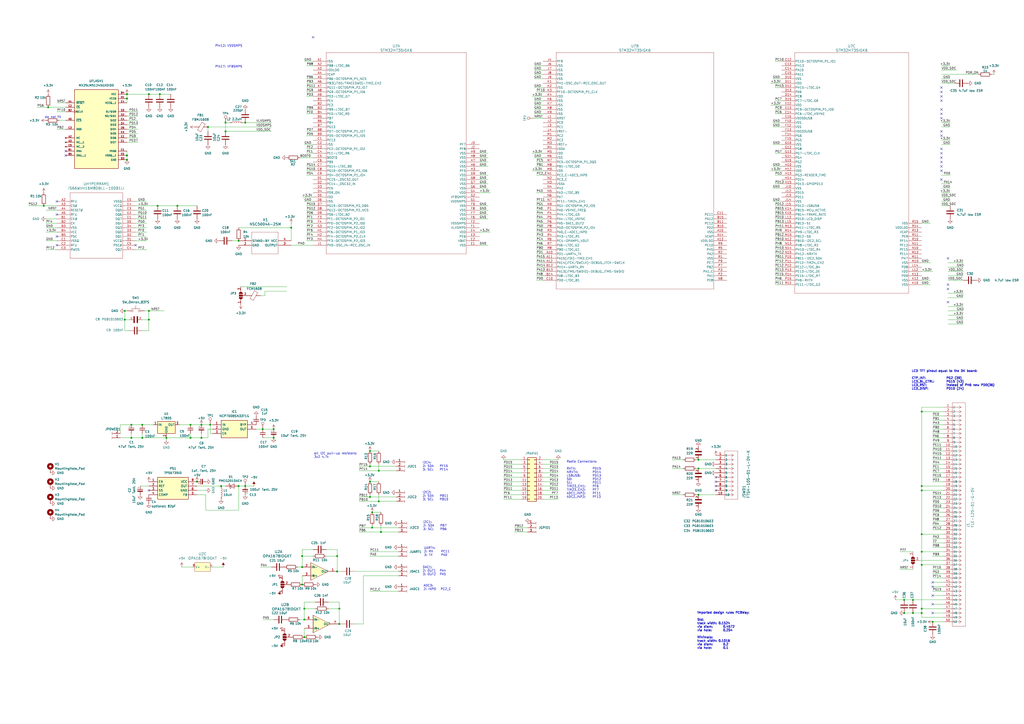
<source format=kicad_sch>
(kicad_sch (version 20231120) (generator "eeschema") (generator_version "8.0")
  (paper "A2")
  (title_block (title "CustomSTM32H735Board") (date "2024-05-10") (rev "v1") (company "HB9GZE"))
  (lib_symbols
    (symbol "Connector:Conn_01x02_Socket" (pin_names (offset 1.016) hide)
      (property "Reference" "J" (at 0 2.54 0))
      (property "Value" "Conn_01x02_Socket" (at 0 -5.08 0))
      (symbol "Conn_01x02_Socket_1_1"
        (pin passive line (at -5.08 0 0) (length 3.81) (name "Pin_1") (number "1"))
        (pin passive line (at -5.08 -2.54 0) (length 3.81) (name "Pin_2") (number "2"))
      )
    )
    (symbol "Connector:Conn_01x03_Socket" (pin_names (offset 1.016) hide)
      (property "Reference" "J" (at 0 5.08 0))
      (property "Value" "Conn_01x03_Socket" (at 0 -5.08 0))
      (symbol "Conn_01x03_Socket_1_1"
        (pin passive line (at -5.08 2.54 0) (length 3.81) (name "Pin_1") (number "1"))
        (pin passive line (at -5.08 0 0) (length 3.81) (name "Pin_2") (number "2"))
        (pin passive line (at -5.08 -2.54 0) (length 3.81) (name "Pin_3") (number "3"))
      )
    )
    (symbol "Connector:TestPoint" (pin_numbers hide) (pin_names (offset 0.762) hide)
      (property "Reference" "TP" (at 0 6.858 0))
      (property "Value" "TestPoint" (at 0 5.08 0))
      (symbol "TestPoint_1_1"
        (pin passive line (at 0 0 90) (length 2.54) (name "1") (number "1"))
      )
    )
    (symbol "Connector_Generic:Conn_02x10_Odd_Even" (pin_names (offset 1.016) hide)
      (property "Reference" "J" (at 1.27 12.7 0))
      (property "Value" "Conn_02x10_Odd_Even" (at 1.27 -15.24 0))
      (symbol "Conn_02x10_Odd_Even_1_1"
        (pin passive line (at -5.08 10.16 0) (length 3.81) (name "Pin_1") (number "1"))
        (pin passive line (at 7.62 0 180) (length 3.81) (name "Pin_10") (number "10"))
        (pin passive line (at -5.08 -2.54 0) (length 3.81) (name "Pin_11") (number "11"))
        (pin passive line (at 7.62 -2.54 180) (length 3.81) (name "Pin_12") (number "12"))
        (pin passive line (at -5.08 -5.08 0) (length 3.81) (name "Pin_13") (number "13"))
        (pin passive line (at 7.62 -5.08 180) (length 3.81) (name "Pin_14") (number "14"))
        (pin passive line (at -5.08 -7.62 0) (length 3.81) (name "Pin_15") (number "15"))
        (pin passive line (at 7.62 -7.62 180) (length 3.81) (name "Pin_16") (number "16"))
        (pin passive line (at -5.08 -10.16 0) (length 3.81) (name "Pin_17") (number "17"))
        (pin passive line (at 7.62 -10.16 180) (length 3.81) (name "Pin_18") (number "18"))
        (pin passive line (at -5.08 -12.7 0) (length 3.81) (name "Pin_19") (number "19"))
        (pin passive line (at 7.62 10.16 180) (length 3.81) (name "Pin_2") (number "2"))
        (pin passive line (at 7.62 -12.7 180) (length 3.81) (name "Pin_20") (number "20"))
        (pin passive line (at -5.08 7.62 0) (length 3.81) (name "Pin_3") (number "3"))
        (pin passive line (at 7.62 7.62 180) (length 3.81) (name "Pin_4") (number "4"))
        (pin passive line (at -5.08 5.08 0) (length 3.81) (name "Pin_5") (number "5"))
        (pin passive line (at 7.62 5.08 180) (length 3.81) (name "Pin_6") (number "6"))
        (pin passive line (at -5.08 2.54 0) (length 3.81) (name "Pin_7") (number "7"))
        (pin passive line (at 7.62 2.54 180) (length 3.81) (name "Pin_8") (number "8"))
        (pin passive line (at -5.08 0 0) (length 3.81) (name "Pin_9") (number "9"))
      )
    )
    (symbol "Device:C" (pin_numbers hide) (pin_names (offset 0.254))
      (property "Reference" "C" (at 0.635 2.54 0))
      (property "Value" "C" (at 0.635 -2.54 0))
      (symbol "C_1_1"
        (pin passive line (at 0 3.81 270) (length 2.794) (name "~") (number "1"))
        (pin passive line (at 0 -3.81 90) (length 2.794) (name "~") (number "2"))
      )
    )
    (symbol "Device:C_Polarized_Small" (pin_numbers hide) (pin_names (offset 0.254) hide)
      (property "Reference" "C" (at 0.254 1.778 0))
      (property "Value" "C_Polarized_Small" (at 0.254 -2.032 0))
      (symbol "C_Polarized_Small_1_1"
        (pin passive line (at 0 2.54 270) (length 1.8542) (name "~") (number "1"))
        (pin passive line (at 0 -2.54 90) (length 1.8542) (name "~") (number "2"))
      )
    )
    (symbol "Device:C_Small" (pin_numbers hide) (pin_names (offset 0.254) hide)
      (property "Reference" "C" (at 0.254 1.778 0))
      (property "Value" "C_Small" (at 0.254 -2.032 0))
      (symbol "C_Small_1_1"
        (pin passive line (at 0 2.54 270) (length 2.032) (name "~") (number "1"))
        (pin passive line (at 0 -2.54 90) (length 2.032) (name "~") (number "2"))
      )
    )
    (symbol "Device:FerriteBead" (pin_numbers hide) (pin_names (offset 0))
      (property "Reference" "FB" (at -3.81 0.635 90))
      (property "Value" "FerriteBead" (at 3.81 0 90))
      (symbol "FerriteBead_1_1"
        (pin passive line (at 0 3.81 270) (length 2.54) (name "~") (number "1"))
        (pin passive line (at 0 -3.81 90) (length 2.54) (name "~") (number "2"))
      )
    )
    (symbol "Device:L" (pin_numbers hide) (pin_names (offset 1.016) hide)
      (property "Reference" "L" (at -1.27 0 90))
      (property "Value" "L" (at 1.905 0 90))
      (symbol "L_1_1"
        (pin passive line (at 0 3.81 270) (length 1.27) (name "1") (number "1"))
        (pin passive line (at 0 -3.81 90) (length 1.27) (name "2") (number "2"))
      )
    )
    (symbol "Device:R" (pin_numbers hide) (pin_names (offset 0))
      (property "Reference" "R" (at 2.032 0 90))
      (property "Value" "R" (at 0 0 90))
      (symbol "R_1_1"
        (pin passive line (at 0 3.81 270) (length 1.27) (name "~") (number "1"))
        (pin passive line (at 0 -3.81 90) (length 1.27) (name "~") (number "2"))
      )
    )
    (symbol "Diode:PMEG2010AEH" (pin_numbers hide) (pin_names hide)
      (property "Reference" "D" (at 0 2.54 0))
      (property "Value" "PMEG2010AEH" (at 0 -2.54 0))
      (symbol "PMEG2010AEH_1_1"
        (pin passive line (at -3.81 0 0) (length 2.54) (name "K") (number "1"))
        (pin passive line (at 3.81 0 180) (length 2.54) (name "A") (number "2"))
      )
    )
    (symbol "Jumper:SolderJumper_3_Open" (pin_names (offset 0) hide) (exclude_from_sim yes) (in_bom no)
      (property "Reference" "JP" (at -2.54 -2.54 0))
      (property "Value" "SolderJumper_3_Open" (at 0 2.794 0))
      (symbol "SolderJumper_3_Open_1_1"
        (pin passive line (at -5.08 0 0) (length 2.54) (name "A") (number "1"))
        (pin passive line (at 0 -3.81 90) (length 2.54) (name "C") (number "2"))
        (pin passive line (at 5.08 0 180) (length 2.54) (name "B") (number "3"))
      )
    )
    (symbol "Mechanical:MountingHole_Pad" (pin_numbers hide) (pin_names (offset 1.016) hide) (exclude_from_sim yes) (in_bom no)
      (property "Reference" "H" (at 0 6.35 0))
      (property "Value" "MountingHole_Pad" (at 0 4.445 0))
      (symbol "MountingHole_Pad_1_1"
        (pin input line (at 0 -2.54 90) (length 2.54) (name "1") (number "1"))
      )
    )
    (symbol "Private:FLE-125-01-G-DV" (pin_names (offset 0.254))
      (property "Reference" "J" (at 8.89 6.35 0))
      (property "Value" "FLE-125-01-G-DV" (at 0 0 0))
      (symbol "FLE-125-01-G-DV_1_1"
        (pin unspecified line (at 0 0 0) (length 5.08) (name "1") (number "1"))
        (pin unspecified line (at 0 -22.86 0) (length 5.08) (name "10") (number "10"))
        (pin unspecified line (at 0 -25.4 0) (length 5.08) (name "11") (number "11"))
        (pin unspecified line (at 0 -27.94 0) (length 5.08) (name "12") (number "12"))
        (pin unspecified line (at 0 -30.48 0) (length 5.08) (name "13") (number "13"))
        (pin unspecified line (at 0 -33.02 0) (length 5.08) (name "14") (number "14"))
        (pin unspecified line (at 0 -35.56 0) (length 5.08) (name "15") (number "15"))
        (pin unspecified line (at 0 -38.1 0) (length 5.08) (name "16") (number "16"))
        (pin unspecified line (at 0 -40.64 0) (length 5.08) (name "17") (number "17"))
        (pin unspecified line (at 0 -43.18 0) (length 5.08) (name "18") (number "18"))
        (pin unspecified line (at 0 -45.72 0) (length 5.08) (name "19") (number "19"))
        (pin unspecified line (at 0 -2.54 0) (length 5.08) (name "2") (number "2"))
        (pin unspecified line (at 0 -48.26 0) (length 5.08) (name "20") (number "20"))
        (pin unspecified line (at 0 -50.8 0) (length 5.08) (name "21") (number "21"))
        (pin unspecified line (at 0 -53.34 0) (length 5.08) (name "22") (number "22"))
        (pin unspecified line (at 0 -55.88 0) (length 5.08) (name "23") (number "23"))
        (pin unspecified line (at 0 -58.42 0) (length 5.08) (name "24") (number "24"))
        (pin unspecified line (at 0 -60.96 0) (length 5.08) (name "25") (number "25"))
        (pin unspecified line (at 0 -63.5 0) (length 5.08) (name "26") (number "26"))
        (pin unspecified line (at 0 -66.04 0) (length 5.08) (name "27") (number "27"))
        (pin unspecified line (at 0 -68.58 0) (length 5.08) (name "28") (number "28"))
        (pin unspecified line (at 0 -71.12 0) (length 5.08) (name "29") (number "29"))
        (pin unspecified line (at 0 -5.08 0) (length 5.08) (name "3") (number "3"))
        (pin unspecified line (at 0 -73.66 0) (length 5.08) (name "30") (number "30"))
        (pin unspecified line (at 0 -76.2 0) (length 5.08) (name "31") (number "31"))
        (pin unspecified line (at 0 -78.74 0) (length 5.08) (name "32") (number "32"))
        (pin unspecified line (at 0 -81.28 0) (length 5.08) (name "33") (number "33"))
        (pin unspecified line (at 0 -83.82 0) (length 5.08) (name "34") (number "34"))
        (pin unspecified line (at 0 -86.36 0) (length 5.08) (name "35") (number "35"))
        (pin unspecified line (at 0 -88.9 0) (length 5.08) (name "36") (number "36"))
        (pin unspecified line (at 0 -91.44 0) (length 5.08) (name "37") (number "37"))
        (pin unspecified line (at 0 -93.98 0) (length 5.08) (name "38") (number "38"))
        (pin unspecified line (at 0 -96.52 0) (length 5.08) (name "39") (number "39"))
        (pin unspecified line (at 0 -7.62 0) (length 5.08) (name "4") (number "4"))
        (pin unspecified line (at 0 -99.06 0) (length 5.08) (name "40") (number "40"))
        (pin unspecified line (at 0 -101.6 0) (length 5.08) (name "41") (number "41"))
        (pin unspecified line (at 0 -104.14 0) (length 5.08) (name "42") (number "42"))
        (pin unspecified line (at 0 -106.68 0) (length 5.08) (name "43") (number "43"))
        (pin unspecified line (at 0 -109.22 0) (length 5.08) (name "44") (number "44"))
        (pin unspecified line (at 0 -111.76 0) (length 5.08) (name "45") (number "45"))
        (pin unspecified line (at 0 -114.3 0) (length 5.08) (name "46") (number "46"))
        (pin unspecified line (at 0 -116.84 0) (length 5.08) (name "47") (number "47"))
        (pin unspecified line (at 0 -119.38 0) (length 5.08) (name "48") (number "48"))
        (pin unspecified line (at 0 -121.92 0) (length 5.08) (name "49") (number "49"))
        (pin unspecified line (at 0 -10.16 0) (length 5.08) (name "5") (number "5"))
        (pin unspecified line (at 0 -124.46 0) (length 5.08) (name "50") (number "50"))
        (pin unspecified line (at 0 -12.7 0) (length 5.08) (name "6") (number "6"))
        (pin unspecified line (at 0 -15.24 0) (length 5.08) (name "7") (number "7"))
        (pin unspecified line (at 0 -17.78 0) (length 5.08) (name "8") (number "8"))
        (pin unspecified line (at 0 -20.32 0) (length 5.08) (name "9") (number "9"))
      )
      (symbol "FLE-125-01-G-DV_1_2"
        (pin unspecified line (at 0 0 0) (length 5.08) (name "1") (number "1"))
        (pin unspecified line (at 0 -22.86 0) (length 5.08) (name "10") (number "10"))
        (pin unspecified line (at 0 -25.4 0) (length 5.08) (name "11") (number "11"))
        (pin unspecified line (at 0 -27.94 0) (length 5.08) (name "12") (number "12"))
        (pin unspecified line (at 0 -30.48 0) (length 5.08) (name "13") (number "13"))
        (pin unspecified line (at 0 -33.02 0) (length 5.08) (name "14") (number "14"))
        (pin unspecified line (at 0 -35.56 0) (length 5.08) (name "15") (number "15"))
        (pin unspecified line (at 0 -38.1 0) (length 5.08) (name "16") (number "16"))
        (pin unspecified line (at 0 -40.64 0) (length 5.08) (name "17") (number "17"))
        (pin unspecified line (at 0 -43.18 0) (length 5.08) (name "18") (number "18"))
        (pin unspecified line (at 0 -45.72 0) (length 5.08) (name "19") (number "19"))
        (pin unspecified line (at 0 -2.54 0) (length 5.08) (name "2") (number "2"))
        (pin unspecified line (at 0 -48.26 0) (length 5.08) (name "20") (number "20"))
        (pin unspecified line (at 0 -50.8 0) (length 5.08) (name "21") (number "21"))
        (pin unspecified line (at 0 -53.34 0) (length 5.08) (name "22") (number "22"))
        (pin unspecified line (at 0 -55.88 0) (length 5.08) (name "23") (number "23"))
        (pin unspecified line (at 0 -58.42 0) (length 5.08) (name "24") (number "24"))
        (pin unspecified line (at 0 -60.96 0) (length 5.08) (name "25") (number "25"))
        (pin unspecified line (at 0 -63.5 0) (length 5.08) (name "26") (number "26"))
        (pin unspecified line (at 0 -66.04 0) (length 5.08) (name "27") (number "27"))
        (pin unspecified line (at 0 -68.58 0) (length 5.08) (name "28") (number "28"))
        (pin unspecified line (at 0 -71.12 0) (length 5.08) (name "29") (number "29"))
        (pin unspecified line (at 0 -5.08 0) (length 5.08) (name "3") (number "3"))
        (pin unspecified line (at 0 -73.66 0) (length 5.08) (name "30") (number "30"))
        (pin unspecified line (at 0 -76.2 0) (length 5.08) (name "31") (number "31"))
        (pin unspecified line (at 0 -78.74 0) (length 5.08) (name "32") (number "32"))
        (pin unspecified line (at 0 -81.28 0) (length 5.08) (name "33") (number "33"))
        (pin unspecified line (at 0 -83.82 0) (length 5.08) (name "34") (number "34"))
        (pin unspecified line (at 0 -86.36 0) (length 5.08) (name "35") (number "35"))
        (pin unspecified line (at 0 -88.9 0) (length 5.08) (name "36") (number "36"))
        (pin unspecified line (at 0 -91.44 0) (length 5.08) (name "37") (number "37"))
        (pin unspecified line (at 0 -93.98 0) (length 5.08) (name "38") (number "38"))
        (pin unspecified line (at 0 -96.52 0) (length 5.08) (name "39") (number "39"))
        (pin unspecified line (at 0 -7.62 0) (length 5.08) (name "4") (number "4"))
        (pin unspecified line (at 0 -99.06 0) (length 5.08) (name "40") (number "40"))
        (pin unspecified line (at 0 -101.6 0) (length 5.08) (name "41") (number "41"))
        (pin unspecified line (at 0 -104.14 0) (length 5.08) (name "42") (number "42"))
        (pin unspecified line (at 0 -106.68 0) (length 5.08) (name "43") (number "43"))
        (pin unspecified line (at 0 -109.22 0) (length 5.08) (name "44") (number "44"))
        (pin unspecified line (at 0 -111.76 0) (length 5.08) (name "45") (number "45"))
        (pin unspecified line (at 0 -114.3 0) (length 5.08) (name "46") (number "46"))
        (pin unspecified line (at 0 -116.84 0) (length 5.08) (name "47") (number "47"))
        (pin unspecified line (at 0 -119.38 0) (length 5.08) (name "48") (number "48"))
        (pin unspecified line (at 0 -121.92 0) (length 5.08) (name "49") (number "49"))
        (pin unspecified line (at 0 -10.16 0) (length 5.08) (name "5") (number "5"))
        (pin unspecified line (at 0 -124.46 0) (length 5.08) (name "50") (number "50"))
        (pin unspecified line (at 0 -12.7 0) (length 5.08) (name "6") (number "6"))
        (pin unspecified line (at 0 -15.24 0) (length 5.08) (name "7") (number "7"))
        (pin unspecified line (at 0 -17.78 0) (length 5.08) (name "8") (number "8"))
        (pin unspecified line (at 0 -20.32 0) (length 5.08) (name "9") (number "9"))
      )
    )
    (symbol "Private:FTSH-105-01-L-DV-K" (pin_names (offset 0.254))
      (property "Reference" "J" (at 8.89 6.35 0))
      (property "Value" "FTSH-105-01-L-DV-K" (at 0 0 0))
      (symbol "FTSH-105-01-L-DV-K_0_1"
        (pin unspecified line (at 0 0 0) (length 5.08) (name "1") (number "1"))
        (pin unspecified line (at 0 -22.86 0) (length 5.08) (name "10") (number "10"))
        (pin unspecified line (at 0 -2.54 0) (length 5.08) (name "2") (number "2"))
        (pin unspecified line (at 0 -5.08 0) (length 5.08) (name "3") (number "3"))
        (pin unspecified line (at 0 -7.62 0) (length 5.08) (name "4") (number "4"))
        (pin unspecified line (at 0 -10.16 0) (length 5.08) (name "5") (number "5"))
        (pin unspecified line (at 0 -12.7 0) (length 5.08) (name "6") (number "6"))
        (pin unspecified line (at 0 -15.24 0) (length 5.08) (name "7") (number "7"))
        (pin unspecified line (at 0 -17.78 0) (length 5.08) (name "8") (number "8"))
        (pin unspecified line (at 0 -20.32 0) (length 5.08) (name "9") (number "9"))
      )
    )
    (symbol "Private:IS66WVH16M8DBLL-100B1LI" (pin_names (offset 0.254))
      (property "Reference" "U" (at 22.86 10.16 0))
      (property "Value" "IS66WVH16M8DBLL-100B1LI" (at 22.86 7.62 0))
      (symbol "IS66WVH16M8DBLL-100B1LI_0_1"
        (pin unspecified line (at 0 0 0) (length 7.62) (name "RFU") (number "A2"))
        (pin unspecified line (at 0 -2.54 0) (length 7.62) (name "CS#") (number "A3"))
        (pin unspecified line (at 0 -5.08 0) (length 7.62) (name "RESET#") (number "A4"))
        (pin unspecified line (at 0 -7.62 0) (length 7.62) (name "RFU") (number "A5"))
        (pin unspecified line (at 0 -10.16 0) (length 7.62) (name "CK#") (number "B1"))
        (pin unspecified line (at 0 -12.7 0) (length 7.62) (name "CK") (number "B2"))
        (pin power_out line (at 0 -15.24 0) (length 7.62) (name "VSS") (number "B3"))
        (pin power_in line (at 0 -17.78 0) (length 7.62) (name "VCC") (number "B4"))
        (pin unspecified line (at 0 -20.32 0) (length 7.62) (name "PSC") (number "B5"))
        (pin power_out line (at 0 -22.86 0) (length 7.62) (name "VSSQ") (number "C1"))
        (pin unspecified line (at 0 -25.4 0) (length 7.62) (name "RFU") (number "C2"))
        (pin unspecified line (at 0 -27.94 0) (length 7.62) (name "RWDS") (number "C3"))
        (pin bidirectional line (at 45.72 -27.94 180) (length 7.62) (name "DQ2") (number "C4"))
        (pin unspecified line (at 45.72 -25.4 180) (length 7.62) (name "PSC#") (number "C5"))
        (pin power_in line (at 45.72 -22.86 180) (length 7.62) (name "VCCQ") (number "D1"))
        (pin bidirectional line (at 45.72 -20.32 180) (length 7.62) (name "DQ1") (number "D2"))
        (pin bidirectional line (at 45.72 -17.78 180) (length 7.62) (name "DQ0") (number "D3"))
        (pin bidirectional line (at 45.72 -15.24 180) (length 7.62) (name "DQ3") (number "D4"))
        (pin bidirectional line (at 45.72 -12.7 180) (length 7.62) (name "DQ4") (number "D5"))
        (pin bidirectional line (at 45.72 -10.16 180) (length 7.62) (name "DQ7") (number "E1"))
        (pin bidirectional line (at 45.72 -7.62 180) (length 7.62) (name "DQ6") (number "E2"))
        (pin bidirectional line (at 45.72 -5.08 180) (length 7.62) (name "DQ5") (number "E3"))
        (pin power_in line (at 45.72 -2.54 180) (length 7.62) (name "VCCQ") (number "E4"))
        (pin power_out line (at 45.72 0 180) (length 7.62) (name "VSSQ") (number "E5"))
      )
    )
    (symbol "Private:MX25LM51245GXDI00" (pin_names (offset 1.016))
      (property "Reference" "U" (at -12.7 19.05 0))
      (property "Value" "MX25LM51245GXDI00" (at -12.7 -30.48 0))
      (symbol "MX25LM51245GXDI00_0_0"
        (pin no_connect line (at -17.78 -10.16 0) (length 5.08) (name "NC") (number "A2"))
        (pin no_connect line (at -17.78 -12.7 0) (length 5.08) (name "NC__1") (number "A3"))
        (pin input line (at -17.78 10.16 0) (length 5.08) (name "~{RESET}") (number "A4"))
        (pin input line (at -17.78 0 0) (length 5.08) (name "~{ECS}") (number "A5"))
        (pin passive line (at -17.78 -17.78 0) (length 5.08) (name "DNU") (number "B1"))
        (pin input clock (at -17.78 5.08 0) (length 5.08) (name "SCLK") (number "B2"))
        (pin power_in line (at 17.78 -22.86 180) (length 5.08) (name "GND") (number "B3"))
        (pin power_in line (at 17.78 15.24 180) (length 5.08) (name "VCC") (number "B4"))
        (pin passive line (at -17.78 -20.32 0) (length 5.08) (name "DNU__1") (number "B5"))
        (pin power_in line (at 17.78 -17.78 180) (length 5.08) (name "VSSQ") (number "C1"))
        (pin input line (at -17.78 7.62 0) (length 5.08) (name "~{CS}") (number "C2"))
        (pin bidirectional line (at -17.78 -5.08 0) (length 5.08) (name "DQS") (number "C3"))
        (pin bidirectional line (at 17.78 0 180) (length 5.08) (name "SIO2") (number "C4"))
        (pin no_connect line (at -17.78 -15.24 0) (length 5.08) (name "NC__2") (number "C5"))
        (pin power_in line (at 17.78 12.7 180) (length 5.08) (name "VCCQ") (number "D1"))
        (pin bidirectional line (at 17.78 2.54 180) (length 5.08) (name "SO/SIO1") (number "D2"))
        (pin bidirectional line (at 17.78 5.08 180) (length 5.08) (name "SI/SIO0") (number "D3"))
        (pin bidirectional line (at 17.78 -2.54 180) (length 5.08) (name "SIO3") (number "D4"))
        (pin bidirectional line (at 17.78 -5.08 180) (length 5.08) (name "SIO4") (number "D5"))
        (pin bidirectional line (at 17.78 -12.7 180) (length 5.08) (name "SIO7") (number "E1"))
        (pin bidirectional line (at 17.78 -10.16 180) (length 5.08) (name "SIO6") (number "E2"))
        (pin bidirectional line (at 17.78 -7.62 180) (length 5.08) (name "SIO5") (number "E3"))
        (pin power_in line (at 17.78 10.16 180) (length 5.08) (name "VCCQ__1") (number "E4"))
        (pin power_in line (at 17.78 -20.32 180) (length 5.08) (name "VSSQ__1") (number "E5"))
      )
    )
    (symbol "Private:NCP700BSN33T1G"
      (property "Reference" "IC" (at 21.59 7.62 0))
      (property "Value" "NCP700BSN33T1G" (at 21.59 5.08 0))
      (symbol "NCP700BSN33T1G_1_1"
        (pin passive line (at 0 0 0) (length 5.08) (name "IN") (number "1"))
        (pin passive line (at 0 -2.54 0) (length 5.08) (name "GND") (number "2"))
        (pin passive line (at 0 -5.08 0) (length 5.08) (name "EN") (number "3"))
        (pin passive line (at 25.4 0 180) (length 5.08) (name "BYP") (number "4"))
        (pin passive line (at 25.4 -2.54 180) (length 5.08) (name "OUT") (number "5"))
      )
    )
    (symbol "Private:NSC5004A-25M" (pin_names (offset 0.254))
      (property "Reference" "X" (at 0 10.414 0))
      (property "Value" "NSC5004A-25M" (at -0.254 7.874 0))
      (symbol "NSC5004A-25M_0_1"
        (pin unspecified line (at -15.24 1.27 0) (length 7.62) (name "STAND-BY") (number "1"))
        (pin power_out line (at -15.24 -1.27 0) (length 7.62) (name "GND") (number "2"))
        (pin output line (at 15.24 -1.27 180) (length 7.62) (name "OUTPUT") (number "3"))
        (pin power_in line (at 15.24 1.27 180) (length 7.62) (name "VCC") (number "4"))
      )
    )
    (symbol "Private:OPA1678IDGKT" (pin_names (offset 0.254))
      (property "Reference" "U" (at -0.508 1.524 0))
      (property "Value" "OPA1678IDGKT" (at -0.762 5.08 0))
      (symbol "OPA1678IDGKT_1_1"
        (pin output line (at 10.16 1.27 180) (length 5.08) (name "OUT") (number "1"))
        (pin input line (at -10.16 3.81 0) (length 5.08) (name "IN-") (number "2"))
        (pin input line (at -10.16 -1.27 0) (length 5.08) (name "IN+") (number "3"))
      )
      (symbol "OPA1678IDGKT_2_1"
        (pin input line (at -10.16 -1.27 0) (length 5.08) (name "IN+") (number "5"))
        (pin input line (at -10.16 3.81 0) (length 5.08) (name "IN-") (number "6"))
        (pin output line (at 10.16 1.27 180) (length 5.08) (name "OUT") (number "7"))
      )
      (symbol "OPA1678IDGKT_3_1"
        (pin power_in line (at 5.08 1.27 180) (length 1.27) (name "V-") (number "4"))
        (pin power_in line (at -6.35 1.27 0) (length 1.27) (name "V+") (number "8"))
      )
    )
    (symbol "Private:PGB1010603" (pin_names (offset 1.016))
      (property "Reference" "C" (at 0 3.8109 0))
      (property "Value" "PGB1010603" (at -5.08 -3.81 0))
      (symbol "PGB1010603_0_0"
        (pin passive line (at -2.54 0 0) (length 2.54) (name "~") (number "1"))
        (pin passive line (at 5.08 0 180) (length 2.54) (name "~") (number "2"))
      )
    )
    (symbol "Private:STM32H735IGK6" (pin_names (offset 0.254))
      (property "Reference" "U" (at 48.26 10.16 0))
      (property "Value" "STM32H735IGK6" (at 48.26 7.62 0))
      (symbol "STM32H735IGK6_1_1"
        (pin power_out line (at 0 0 0) (length 7.62) (name "VSS") (number "A1"))
        (pin unspecified line (at 0 -2.54 0) (length 7.62) (name "PB8-LTDC_B6") (number "A2"))
        (pin power_in line (at 0 -5.08 0) (length 7.62) (name "VDDLDO") (number "A3"))
        (pin unspecified line (at 0 -7.62 0) (length 7.62) (name "VCAP") (number "A4"))
        (pin unspecified line (at 0 -10.16 0) (length 7.62) (name "PB6-OCTOSPIM_P1_NCS") (number "A5"))
        (pin unspecified line (at 0 -12.7 0) (length 7.62) (name "PB3(JTDO/TRACESWO)-TIM2_CH2") (number "A6"))
        (pin unspecified line (at 0 -15.24 0) (length 7.62) (name "PG11-OCTOSPIM_P2_IO7") (number "A7"))
        (pin unspecified line (at 0 -17.78 0) (length 7.62) (name "PG9-OCTOSPIM_P1_IO6") (number "A8"))
        (pin unspecified line (at 0 -20.32 0) (length 7.62) (name "PD3-LTDC_G7") (number "A9"))
        (pin bidirectional line (at 0 -22.86 0) (length 7.62) (name "PE4") (number "B1"))
        (pin bidirectional line (at 0 -25.4 0) (length 7.62) (name "PE3") (number "B2"))
        (pin unspecified line (at 0 -27.94 0) (length 7.62) (name "PB9-LTDC_B7") (number "B3"))
        (pin unspecified line (at 0 -30.48 0) (length 7.62) (name "PE0-LTDC_R0") (number "B4"))
        (pin bidirectional line (at 0 -33.02 0) (length 7.62) (name "PB7") (number "B5"))
        (pin bidirectional line (at 0 -35.56 0) (length 7.62) (name "PB4") (number "B6"))
        (pin bidirectional line (at 0 -38.1 0) (length 7.62) (name "PG13") (number "B7"))
        (pin unspecified line (at 0 -40.64 0) (length 7.62) (name "PD7-OCTOSPIM_P1_IO7") (number "B8"))
        (pin unspecified line (at 0 -43.18 0) (length 7.62) (name "PD5-OCTOSPIM_P1_IO5") (number "B9"))
        (pin bidirectional line (at 0 -45.72 0) (length 7.62) (name "PC13") (number "C1"))
        (pin power_out line (at 0 -48.26 0) (length 7.62) (name "VSS") (number "C2"))
        (pin unspecified line (at 0 -50.8 0) (length 7.62) (name "PE2-OCTOSPIM_P1_IO2") (number "C3"))
        (pin unspecified line (at 0 -53.34 0) (length 7.62) (name "PE1-LTDC_R6") (number "C4"))
        (pin unspecified line (at 0 -55.88 0) (length 7.62) (name "BOOT0") (number "C5"))
        (pin bidirectional line (at 0 -58.42 0) (length 7.62) (name "PB5") (number "C6"))
        (pin unspecified line (at 0 -60.96 0) (length 7.62) (name "PG14-LTDC_B0") (number "C7"))
        (pin unspecified line (at 0 -63.5 0) (length 7.62) (name "PG10-OCTOSPIM_P2_IO6") (number "C8"))
        (pin unspecified line (at 0 -66.04 0) (length 7.62) (name "PD4-OCTOSPIM_P1_IO4") (number "C9"))
        (pin output line (at 0 -68.58 0) (length 7.62) (name "PC15-_OSC32_OUT") (number "D1"))
        (pin bidirectional line (at 0 -71.12 0) (length 7.62) (name "PC14-_OSC32_IN") (number "D2"))
        (pin bidirectional line (at 0 -73.66 0) (length 7.62) (name "PE5") (number "D3"))
        (pin unspecified line (at 0 -76.2 0) (length 7.62) (name "PDR_ON") (number "D4"))
        (pin power_in line (at 0 -78.74 0) (length 7.62) (name "VDD") (number "D5"))
        (pin power_out line (at 0 -81.28 0) (length 7.62) (name "VSS") (number "D6"))
        (pin unspecified line (at 0 -83.82 0) (length 7.62) (name "PG15-OCTOSPIM_P2_DQS") (number "D7"))
        (pin unspecified line (at 0 -86.36 0) (length 7.62) (name "PG12-OCTOSPIM_P2_NCS") (number "D8"))
        (pin unspecified line (at 0 -88.9 0) (length 7.62) (name "PD6-LTDC_B2") (number "D9"))
        (pin power_out line (at 96.52 -106.68 180) (length 7.62) (name "VSS") (number "E1"))
        (pin unspecified line (at 96.52 -104.14 180) (length 7.62) (name "VBAT") (number "E2"))
        (pin bidirectional line (at 96.52 -101.6 180) (length 7.62) (name "PE6") (number "E3"))
        (pin power_in line (at 96.52 -99.06 180) (length 7.62) (name "VDD") (number "E4"))
        (pin unspecified line (at 96.52 -96.52 180) (length 7.62) (name "VLXSMPS") (number "F1"))
        (pin power_out line (at 96.52 -93.98 180) (length 7.62) (name "VSSSMPS") (number "F2"))
        (pin unspecified line (at 0 -91.44 0) (length 7.62) (name "PF1-OCTOSPIM_P2_IO1") (number "F3"))
        (pin unspecified line (at 0 -93.98 0) (length 7.62) (name "PF0-OCTOSPIM_P2_IO0") (number "F4"))
        (pin power_out line (at 96.52 -91.44 180) (length 7.62) (name "VSS") (number "F6"))
        (pin power_out line (at 96.52 -88.9 180) (length 7.62) (name "VSS") (number "F7"))
        (pin power_out line (at 96.52 -86.36 180) (length 7.62) (name "VSS") (number "F8"))
        (pin power_out line (at 96.52 -83.82 180) (length 7.62) (name "VSS") (number "F9"))
        (pin power_in line (at 96.52 -81.28 180) (length 7.62) (name "VDDSMPS") (number "G1"))
        (pin unspecified line (at 96.52 -78.74 180) (length 7.62) (name "VFBSMPS") (number "G2"))
        (pin unspecified line (at 0 -96.52 0) (length 7.62) (name "PF2-OCTOSPIM_P2_IO2") (number "G3"))
        (pin power_in line (at 96.52 -76.2 180) (length 7.62) (name "VDD") (number "G4"))
        (pin power_out line (at 96.52 -73.66 180) (length 7.62) (name "VSS") (number "G6"))
        (pin power_out line (at 96.52 -71.12 180) (length 7.62) (name "VSS") (number "G7"))
        (pin power_out line (at 96.52 -68.58 180) (length 7.62) (name "VSS") (number "G8"))
        (pin power_out line (at 96.52 -66.04 180) (length 7.62) (name "VSS") (number "G9"))
        (pin unspecified line (at 0 -99.06 0) (length 7.62) (name "PF6-OCTOSPIM_P1_IO3") (number "H1"))
        (pin unspecified line (at 0 -101.6 0) (length 7.62) (name "PF4-OCTOSPIM_P2_CLK") (number "H2"))
        (pin bidirectional line (at 96.52 -63.5 180) (length 7.62) (name "PF5") (number "H3"))
        (pin unspecified line (at 0 -104.14 0) (length 7.62) (name "PF3-OCTOSPIM_P2_IO3") (number "H4"))
        (pin power_out line (at 96.52 -60.96 180) (length 7.62) (name "VSS") (number "H6"))
        (pin power_out line (at 96.52 -58.42 180) (length 7.62) (name "VSS") (number "H7"))
        (pin power_out line (at 96.52 -55.88 180) (length 7.62) (name "VSS") (number "H8"))
        (pin power_out line (at 96.52 -53.34 180) (length 7.62) (name "VSS") (number "H9"))
        (pin unspecified line (at 0 -106.68 0) (length 7.62) (name "PH0-OSC_IN-RCC_OSC_IN") (number "J1"))
        (pin bidirectional line (at 96.52 -50.8 180) (length 7.62) (name "PF8") (number "J2"))
        (pin bidirectional line (at 96.52 -48.26 180) (length 7.62) (name "PF7") (number "J3"))
      )
      (symbol "STM32H735IGK6_2_1"
        (pin unspecified line (at 0 -111.76 0) (length 7.62) (name "PD1-UART4_TX") (number "A10"))
        (pin unspecified line (at 0 -114.3 0) (length 7.62) (name "PA15(JTDI)-TIM2_CH1") (number "A11"))
        (pin unspecified line (at 0 -116.84 0) (length 7.62) (name "PA14(JTCK/SWCLK)-DEBUG_JTCK-SWCLK") (number "A12"))
        (pin power_in line (at 106.68 -104.14 180) (length 7.62) (name "VDDLDO") (number "A13"))
        (pin unspecified line (at 106.68 -101.6 180) (length 7.62) (name "VCAP") (number "A14"))
        (pin power_out line (at 106.68 -99.06 180) (length 7.62) (name "VSS") (number "A15"))
        (pin bidirectional line (at 106.68 -96.52 180) (length 7.62) (name "PD2") (number "B10"))
        (pin bidirectional line (at 106.68 -93.98 180) (length 7.62) (name "PC12") (number "B11"))
        (pin unspecified line (at 0 -119.38 0) (length 7.62) (name "PH14-UART4_RX") (number "B12"))
        (pin unspecified line (at 0 -121.92 0) (length 7.62) (name "PA13(JTMS/SWDIO)-DEBUG_JTMS-SWDIO") (number "B13"))
        (pin unspecified line (at 0 -124.46 0) (length 7.62) (name "PA8-LTDC_B3") (number "B14"))
        (pin bidirectional line (at 106.68 -91.44 180) (length 7.62) (name "PA12") (number "B15"))
        (pin unspecified line (at 0 -127 0) (length 7.62) (name "PD0-LTDC_B1") (number "C10"))
        (pin bidirectional line (at 106.68 -88.9 180) (length 7.62) (name "PC11") (number "C11"))
        (pin bidirectional line (at 0 0 0) (length 7.62) (name "PF9") (number "J4"))
        (pin power_out line (at 0 -2.54 0) (length 7.62) (name "VSS") (number "J6"))
        (pin power_out line (at 0 -5.08 0) (length 7.62) (name "VSS") (number "J7"))
        (pin power_out line (at 0 -7.62 0) (length 7.62) (name "VSS") (number "J8"))
        (pin power_out line (at 0 -10.16 0) (length 7.62) (name "VSS") (number "J9"))
        (pin unspecified line (at 0 -12.7 0) (length 7.62) (name "PH1-OSC_OUT-RCC_OSC_OUT") (number "K1"))
        (pin power_out line (at 0 -15.24 0) (length 7.62) (name "VSS") (number "K2"))
        (pin unspecified line (at 0 -17.78 0) (length 7.62) (name "PF10-OCTOSPIM_P1_CLK") (number "K3"))
        (pin power_in line (at 0 -20.32 0) (length 7.62) (name "VDD") (number "K4"))
        (pin power_out line (at 0 -22.86 0) (length 7.62) (name "VSS") (number "K6"))
        (pin power_out line (at 0 -25.4 0) (length 7.62) (name "VSS") (number "K7"))
        (pin power_out line (at 0 -27.94 0) (length 7.62) (name "VSS") (number "K8"))
        (pin power_out line (at 0 -30.48 0) (length 7.62) (name "VSS") (number "K9"))
        (pin unspecified line (at 0 -33.02 0) (length 7.62) (name "NRST") (number "L1"))
        (pin bidirectional line (at 0 -35.56 0) (length 7.62) (name "PC0") (number "L2"))
        (pin bidirectional line (at 0 -38.1 0) (length 7.62) (name "PC1") (number "L3"))
        (pin power_in line (at 0 -40.64 0) (length 7.62) (name "VREF-") (number "L4"))
        (pin bidirectional line (at 0 -43.18 0) (length 7.62) (name "PC2") (number "M1"))
        (pin bidirectional line (at 0 -45.72 0) (length 7.62) (name "PC3") (number "M2"))
        (pin power_in line (at 0 -48.26 0) (length 7.62) (name "VREF+") (number "M3"))
        (pin power_in line (at 0 -50.8 0) (length 7.62) (name "VDDA") (number "M4"))
        (pin power_in line (at 0 -53.34 0) (length 7.62) (name "VDD") (number "M5"))
        (pin power_out line (at 0 -55.88 0) (length 7.62) (name "VSS") (number "M6"))
        (pin unspecified line (at 0 -58.42 0) (length 7.62) (name "PC5-OCTOSPIM_P1_DQS") (number "M7"))
        (pin unspecified line (at 0 -60.96 0) (length 7.62) (name "PB1-LTDC_G0") (number "M8"))
        (pin power_in line (at 0 -63.5 0) (length 7.62) (name "VDD") (number "M9"))
        (pin unspecified line (at 0 -66.04 0) (length 7.62) (name "PC2_C-ADC3_INP0") (number "N1"))
        (pin bidirectional line (at 0 -68.58 0) (length 7.62) (name "PC3_C") (number "N2"))
        (pin power_out line (at 0 -71.12 0) (length 7.62) (name "VSSA") (number "N3"))
        (pin bidirectional line (at 0 -73.66 0) (length 7.62) (name "PH2") (number "N4"))
        (pin unspecified line (at 0 -76.2 0) (length 7.62) (name "PA3-LTDC_B5") (number "N5"))
        (pin bidirectional line (at 0 -78.74 0) (length 7.62) (name "PA7") (number "N6"))
        (pin unspecified line (at 0 -81.28 0) (length 7.62) (name "PF11-TIM24_CH1") (number "N7"))
        (pin bidirectional line (at 106.68 -127 180) (length 7.62) (name "PE8") (number "N8"))
        (pin unspecified line (at 0 -83.82 0) (length 7.62) (name "PG1-OCTOSPIM_P2_IO5") (number "N9"))
        (pin unspecified line (at 0 -86.36 0) (length 7.62) (name "PA0-VSYNC_FREQ") (number "P1"))
        (pin bidirectional line (at 106.68 -124.46 180) (length 7.62) (name "PA1") (number "P2"))
        (pin bidirectional line (at 106.68 -121.92 180) (length 7.62) (name "PA1_C") (number "P3"))
        (pin unspecified line (at 0 -88.9 0) (length 7.62) (name "PH4-LTDC_G5") (number "P4"))
        (pin unspecified line (at 0 -91.44 0) (length 7.62) (name "PA4-LTDC_VSYNC") (number "P5"))
        (pin unspecified line (at 0 -93.98 0) (length 7.62) (name "PA5-DAC1_OUT2") (number "P6"))
        (pin bidirectional line (at 106.68 -119.38 180) (length 7.62) (name "PB2") (number "P7"))
        (pin unspecified line (at 0 -96.52 0) (length 7.62) (name "PG0-OCTOSPIM_P2_IO4") (number "P8"))
        (pin bidirectional line (at 106.68 -116.84 180) (length 7.62) (name "PE7") (number "P9"))
        (pin power_out line (at 106.68 -114.3 180) (length 7.62) (name "VSS") (number "R1"))
        (pin bidirectional line (at 106.68 -111.76 180) (length 7.62) (name "PA2") (number "R2"))
        (pin unspecified line (at 0 -99.06 0) (length 7.62) (name "PA0_C-ADC1_INP0") (number "R3"))
        (pin unspecified line (at 0 -101.6 0) (length 7.62) (name "PH3-LTDC_R1") (number "R4"))
        (pin bidirectional line (at 106.68 -109.22 180) (length 7.62) (name "PH5") (number "R5"))
        (pin unspecified line (at 0 -104.14 0) (length 7.62) (name "PC4-OPAMP1_VOUT") (number "R6"))
        (pin unspecified line (at 0 -106.68 0) (length 7.62) (name "PA6-LTDC_G2") (number "R7"))
        (pin unspecified line (at 0 -109.22 0) (length 7.62) (name "PB0-LTDC_G1") (number "R8"))
        (pin bidirectional line (at 106.68 -106.68 180) (length 7.62) (name "PE10") (number "R9"))
      )
      (symbol "STM32H735IGK6_3_1"
        (pin unspecified line (at 0 0 0) (length 7.62) (name "PC10-OCTOSPIM_P1_IO1") (number "C12"))
        (pin bidirectional line (at 0 -2.54 0) (length 7.62) (name "PH13") (number "C13"))
        (pin bidirectional line (at 0 -5.08 0) (length 7.62) (name "PA10") (number "C14"))
        (pin bidirectional line (at 0 -7.62 0) (length 7.62) (name "PA11") (number "C15"))
        (pin power_out line (at 0 -10.16 0) (length 7.62) (name "VSS") (number "D10"))
        (pin power_in line (at 0 -12.7 0) (length 7.62) (name "VDD") (number "D11"))
        (pin unspecified line (at 0 -15.24 0) (length 7.62) (name "PH15-LTDC_G4") (number "D12"))
        (pin bidirectional line (at 0 -17.78 0) (length 7.62) (name "PA9") (number "D13"))
        (pin bidirectional line (at 0 -20.32 0) (length 7.62) (name "PC8") (number "D14"))
        (pin unspecified line (at 0 -22.86 0) (length 7.62) (name "PC7-LTDC_G6") (number "D15"))
        (pin power_in line (at 0 -25.4 0) (length 7.62) (name "VDD") (number "E12"))
        (pin unspecified line (at 0 -27.94 0) (length 7.62) (name "PC9-OCTOSPIM_P1_IO0") (number "E13"))
        (pin unspecified line (at 0 -30.48 0) (length 7.62) (name "PC6-LTDC_HSYNC") (number "E14"))
        (pin power_in line (at 0 -33.02 0) (length 7.62) (name "VDD50USB") (number "E15"))
        (pin power_out line (at 0 -35.56 0) (length 7.62) (name "VSS") (number "F10"))
        (pin power_out line (at 0 -38.1 0) (length 7.62) (name "VSS") (number "F12"))
        (pin power_in line (at 0 -40.64 0) (length 7.62) (name "VDD33USB") (number "F13"))
        (pin bidirectional line (at 0 -43.18 0) (length 7.62) (name "PG6") (number "F14"))
        (pin bidirectional line (at 0 -45.72 0) (length 7.62) (name "PG5") (number "F15"))
        (pin power_out line (at 0 -48.26 0) (length 7.62) (name "VSS") (number "G10"))
        (pin bidirectional line (at 0 -50.8 0) (length 7.62) (name "PG8") (number "G12"))
        (pin unspecified line (at 0 -53.34 0) (length 7.62) (name "PG7-LTDC_CLK") (number "G13"))
        (pin bidirectional line (at 0 -55.88 0) (length 7.62) (name "PG4") (number "G14"))
        (pin bidirectional line (at 0 -58.42 0) (length 7.62) (name "PG2") (number "G15"))
        (pin power_out line (at 0 -60.96 0) (length 7.62) (name "VSS") (number "H10"))
        (pin power_in line (at 0 -63.5 0) (length 7.62) (name "VDD") (number "H12"))
        (pin unspecified line (at 0 -66.04 0) (length 7.62) (name "PG3-RENDER_TIME") (number "H13"))
        (pin bidirectional line (at 0 -68.58 0) (length 7.62) (name "PD14") (number "H14"))
        (pin unspecified line (at 0 -71.12 0) (length 7.62) (name "PD13-GPIOPD13") (number "H15"))
        (pin power_out line (at 0 -73.66 0) (length 7.62) (name "VSS") (number "J10"))
        (pin bidirectional line (at 0 -76.2 0) (length 7.62) (name "PD15") (number "J12"))
        (pin bidirectional line (at 0 -78.74 0) (length 7.62) (name "PD11") (number "J13"))
        (pin power_out line (at 0 -81.28 0) (length 7.62) (name "VSS") (number "J14"))
        (pin unspecified line (at 0 -83.82 0) (length 7.62) (name "PD12-LSBUSB") (number "J15"))
        (pin power_out line (at 81.28 -129.54 180) (length 7.62) (name "VSS") (number "K10"))
        (pin power_out line (at 81.28 -127 180) (length 7.62) (name "VSS") (number "K12"))
        (pin bidirectional line (at 81.28 -124.46 180) (length 7.62) (name "PD9") (number "K13"))
        (pin unspecified line (at 0 -86.36 0) (length 7.62) (name "PB15-MCU_ACTIVE") (number "K14"))
        (pin unspecified line (at 0 -88.9 0) (length 7.62) (name "PB14-FRAME_RATE") (number "K15"))
        (pin power_in line (at 81.28 -121.92 180) (length 7.62) (name "VDD") (number "L12"))
        (pin unspecified line (at 0 -91.44 0) (length 7.62) (name "PD10-LCD_DISP") (number "L13"))
        (pin bidirectional line (at 81.28 -119.38 180) (length 7.62) (name "PD8") (number "L14"))
        (pin unspecified line (at 0 -93.98 0) (length 7.62) (name "PB13-S1") (number "L15"))
        (pin power_out line (at 81.28 -116.84 180) (length 7.62) (name "VSS") (number "M10"))
        (pin bidirectional line (at 81.28 -114.3 180) (length 7.62) (name "PH7") (number "M11"))
        (pin bidirectional line (at 81.28 -111.76 180) (length 7.62) (name "PE14") (number "M12"))
        (pin unspecified line (at 0 -96.52 0) (length 7.62) (name "PH11-LTDC_R5") (number "M13"))
        (pin unspecified line (at 0 -99.06 0) (length 7.62) (name "PH9-LTDC_R3") (number "M14"))
        (pin unspecified line (at 0 -101.6 0) (length 7.62) (name "PB12-S0") (number "M15"))
        (pin bidirectional line (at 81.28 -109.22 180) (length 7.62) (name "PF15") (number "N10"))
        (pin bidirectional line (at 81.28 -106.68 180) (length 7.62) (name "PF13") (number "N11"))
        (pin unspecified line (at 0 -104.14 0) (length 7.62) (name "PB10-I2C2_SCL") (number "N12"))
        (pin unspecified line (at 0 -106.68 0) (length 7.62) (name "PH8-LTDC_R2") (number "N13"))
        (pin unspecified line (at 0 -109.22 0) (length 7.62) (name "PH10-LTDC_R4") (number "N14"))
        (pin unspecified line (at 0 -111.76 0) (length 7.62) (name "PH12-NRXTX") (number "N15"))
        (pin unspecified line (at 0 -114.3 0) (length 7.62) (name "PB11-I2C2_SDA") (number "P10"))
        (pin unspecified line (at 0 -116.84 0) (length 7.62) (name "PF12-TIM24_CH2") (number "P11"))
        (pin unspecified line (at 0 -119.38 0) (length 7.62) (name "PE12-LTDC_B4") (number "P12"))
        (pin unspecified line (at 0 -121.92 0) (length 7.62) (name "PE13-LTDC_DE") (number "P13"))
        (pin unspecified line (at 0 -124.46 0) (length 7.62) (name "PE15-LTDC_R7") (number "P14"))
        (pin unspecified line (at 0 -127 0) (length 7.62) (name "PH6-RXTX") (number "P15"))
        (pin bidirectional line (at 81.28 -104.14 180) (length 7.62) (name "PF14") (number "R10"))
        (pin bidirectional line (at 81.28 -101.6 180) (length 7.62) (name "PE9") (number "R11"))
        (pin unspecified line (at 0 -129.54 0) (length 7.62) (name "PE11-LTDC_G3") (number "R12"))
        (pin unspecified line (at 81.28 -99.06 180) (length 7.62) (name "VCAP") (number "R13"))
        (pin power_in line (at 81.28 -96.52 180) (length 7.62) (name "VDDLDO") (number "R14"))
        (pin power_out line (at 81.28 -93.98 180) (length 7.62) (name "VSS") (number "R15"))
      )
    )
    (symbol "Private:TPS6735ID"
      (property "Reference" "PS" (at 24.13 7.62 0))
      (property "Value" "TPS6735ID" (at 24.13 5.08 0))
      (symbol "TPS6735ID_1_1"
        (pin input line (at 0 0 0) (length 5.08) (name "EN") (number "1"))
        (pin bidirectional line (at 0 -2.54 0) (length 5.08) (name "REF") (number "2"))
        (pin input line (at 0 -5.08 0) (length 5.08) (name "SS") (number "3"))
        (pin passive line (at 0 -7.62 0) (length 5.08) (name "COMP") (number "4"))
        (pin input line (at 27.94 -7.62 180) (length 5.08) (name "FB") (number "5"))
        (pin power_in line (at 27.94 -5.08 180) (length 5.08) (name "GND") (number "6"))
        (pin power_in line (at 27.94 -2.54 180) (length 5.08) (name "OUT") (number "7"))
        (pin power_in line (at 27.94 0 180) (length 5.08) (name "VCC") (number "8"))
      )
    )
    (symbol "Regulator_Linear:L7805" (pin_names (offset 0.254))
      (property "Reference" "U" (at -3.81 3.175 0))
      (property "Value" "L7805" (at 0 3.175 0))
      (symbol "L7805_1_1"
        (pin power_in line (at -7.62 0 0) (length 2.54) (name "IN") (number "1"))
        (pin power_in line (at 0 -7.62 90) (length 2.54) (name "GND") (number "2"))
        (pin power_out line (at 7.62 0 180) (length 2.54) (name "OUT") (number "3"))
      )
    )
    (symbol "Switch:SW_Omron_B3FS" (pin_numbers hide) (pin_names (offset 1.016) hide)
      (property "Reference" "SW" (at 1.27 2.54 0))
      (property "Value" "SW_Omron_B3FS" (at 0 -1.524 0))
      (symbol "SW_Omron_B3FS_0_1"
        (pin passive line (at -5.08 0 0) (length 2.54) (name "1") (number "1"))
        (pin passive line (at 5.08 0 180) (length 2.54) (name "2") (number "2"))
      )
    )
    (symbol "power:+3.3V" (power) (pin_numbers hide) (pin_names (offset 0) hide)
      (property "Value" "+3.3V" (at 0 3.556 0))
      (symbol "+3.3V_1_1"
        (pin power_in line (at 0 0 90) (length 0) (name "~") (number "1"))
      )
    )
    (symbol "power:+5V" (power) (pin_numbers hide) (pin_names (offset 0) hide)
      (property "Value" "+5V" (at 0 3.556 0))
      (symbol "+5V_1_1"
        (pin power_in line (at 0 0 90) (length 0) (name "~") (number "1"))
      )
    )
    (symbol "power:-5V" (power) (pin_numbers hide) (pin_names (offset 0) hide)
      (property "Value" "-5V" (at 0 3.556 0))
      (symbol "-5V_0_0"
        (pin power_in line (at 0 0 90) (length 0) (name "~") (number "1"))
      )
    )
    (symbol "power:GND" (power) (pin_numbers hide) (pin_names (offset 0) hide)
      (property "Value" "GND" (at 0 -3.81 0))
      (symbol "GND_1_1"
        (pin power_in line (at 0 0 270) (length 0) (name "~") (number "1"))
      )
    )
  )
  (junction (at 138.43 281.94))
  (junction (at 219.71 273.05))
  (junction (at 176.53 369.57))
  (junction (at 524.51 347.98))
  (junction (at 91.44 119.38))
  (junction (at 130.81 71.12))
  (junction (at 158.75 248.92))
  (junction (at 214.63 261.62))
  (junction (at 120.65 73.66))
  (junction (at 73.66 92.71))
  (junction (at 114.3 279.4))
  (junction (at 214.63 270.51))
  (junction (at 142.24 71.12))
  (junction (at 405.13 266.7))
  (junction (at 72.39 180.34))
  (junction (at 534.67 309.88))
  (junction (at 121.92 246.38))
  (junction (at 76.2 246.38))
  (junction (at 219.71 290.83))
  (junction (at 72.39 185.42))
  (junction (at 176.53 359.41))
  (junction (at 195.58 322.58))
  (junction (at 534.67 281.94))
  (junction (at 73.66 54.61))
  (junction (at 102.87 119.38))
  (junction (at 534.67 284.48))
  (junction (at 534.67 320.04))
  (junction (at 175.26 339.09))
  (junction (at 25.4 119.38))
  (junction (at 96.52 254))
  (junction (at 152.4 248.92))
  (junction (at 76.2 254))
  (junction (at 110.49 246.38))
  (junction (at 175.26 328.93))
  (junction (at 130.81 76.2))
  (junction (at 405.13 271.78))
  (junction (at 116.84 246.38))
  (junction (at 92.71 54.61))
  (junction (at 405.13 287.02))
  (junction (at 529.59 347.98))
  (junction (at 220.98 308.61))
  (junction (at 534.67 238.76))
  (junction (at 82.55 254))
  (junction (at 196.85 361.95))
  (junction (at 138.43 139.7))
  (junction (at 73.66 57.15))
  (junction (at 215.9 297.18))
  (junction (at 116.84 254))
  (junction (at 142.24 281.94))
  (junction (at 86.36 54.61))
  (junction (at 110.49 254))
  (junction (at 175.26 322.58))
  (junction (at 73.66 90.17))
  (junction (at 86.36 180.34))
  (junction (at 529.59 355.6))
  (junction (at 534.67 353.06))
  (junction (at 168.91 132.08))
  (junction (at 86.36 185.42))
  (junction (at 215.9 306.07))
  (junction (at 214.63 279.4))
  (junction (at 524.51 355.6))
  (junction (at 176.53 353.06))
  (junction (at 534.67 327.66))
  (junction (at 541.02 360.68))
  (junction (at 196.85 353.06))
  (junction (at 534.67 355.6))
  (junction (at 195.58 331.47))
  (junction (at 82.55 246.38))
  (junction (at 128.27 281.94))
  (junction (at 214.63 288.29))
  (junction (at 27.94 62.23))
  (junction (at 158.75 254))
  (no_connect (at 546.1 76.2))
  (no_connect (at 415.29 284.48))
  (no_connect (at 546.1 63.5))
  (no_connect (at 86.36 284.48))
  (no_connect (at 546.1 86.36))
  (no_connect (at 546.1 93.98))
  (no_connect (at 33.02 116.84))
  (no_connect (at 546.1 104.14))
  (no_connect (at 541.02 340.36))
  (no_connect (at 546.1 66.04))
  (no_connect (at 546.1 91.44))
  (no_connect (at 78.74 142.24))
  (no_connect (at 546.1 55.88))
  (no_connect (at 38.1 90.17))
  (no_connect (at 415.29 276.86))
  (no_connect (at 546.1 78.74))
  (no_connect (at 549.91 165.1))
  (no_connect (at 415.29 279.4))
  (no_connect (at 33.02 124.46))
  (no_connect (at 549.91 167.64))
  (no_connect (at 33.02 137.16))
  (no_connect (at 546.1 50.8))
  (no_connect (at 415.29 281.94))
  (no_connect (at 33.02 142.24))
  (no_connect (at 546.1 99.06))
  (no_connect (at 546.1 68.58))
  (no_connect (at 38.1 87.63))
  (no_connect (at 546.1 53.34))
  (no_connect (at 541.02 350.52))
  (no_connect (at 541.02 345.44))
  (no_connect (at 546.1 96.52))
  (no_connect (at 549.91 175.26))
  (no_connect (at 546.1 58.42))
  (no_connect (at 541.02 337.82))
  (no_connect (at 546.1 88.9))
  (no_connect (at 181.61 21.59))
  (no_connect (at 549.91 149.86))
  (no_connect (at 541.02 355.6))
  (wire (pts (xy 177.8 48.26) (xy 181.61 48.26)))
  (wire (pts (xy 120.65 248.92) (xy 123.19 248.92)))
  (wire (pts (xy 529.59 355.6) (xy 534.67 355.6)))
  (wire (pts (xy 21.59 62.23) (xy 27.94 62.23)))
  (wire (pts (xy 177.8 99.06) (xy 181.61 99.06)))
  (wire (pts (xy 278.13 93.98) (xy 283.21 93.98)))
  (wire (pts (xy 309.88 68.58) (xy 314.96 68.58)))
  (wire (pts (xy 138.43 281.94) (xy 142.24 281.94)))
  (wire (pts (xy 551.18 71.12) (xy 546.1 71.12)))
  (wire (pts (xy 173.99 359.41) (xy 176.53 359.41)))
  (wire (pts (xy 534.67 281.94) (xy 534.67 284.48)))
  (wire (pts (xy 133.35 71.12) (xy 130.81 71.12)))
  (wire (pts (xy 551.18 45.72) (xy 546.1 45.72)))
  (wire (pts (xy 541.02 261.62) (xy 547.37 261.62)))
  (wire (pts (xy 309.88 50.8) (xy 314.96 50.8)))
  (wire (pts (xy 308.61 55.88) (xy 314.96 55.88)))
  (wire (pts (xy 314.96 271.78) (xy 323.85 271.78)))
  (wire (pts (xy 177.8 121.92) (xy 181.61 121.92)))
  (wire (pts (xy 449.58 142.24) (xy 453.39 142.24)))
  (wire (pts (xy 175.26 114.3) (xy 181.61 114.3)))
  (wire (pts (xy 405.13 271.78) (xy 415.29 271.78)))
  (wire (pts (xy 541.02 241.3) (xy 547.37 241.3)))
  (wire (pts (xy 534.67 236.22) (xy 534.67 238.76)))
  (wire (pts (xy 33.02 64.77) (xy 38.1 64.77)))
  (wire (pts (xy 219.71 290.83) (xy 229.87 290.83)))
  (wire (pts (xy 541.02 297.18) (xy 547.37 297.18)))
  (wire (pts (xy 138.43 295.91) (xy 119.38 295.91)))
  (wire (pts (xy 534.67 358.14) (xy 547.37 358.14)))
  (wire (pts (xy 278.13 142.24) (xy 283.21 142.24)))
  (wire (pts (xy 534.67 327.66) (xy 534.67 353.06)))
  (wire (pts (xy 205.74 361.95) (xy 210.82 361.95)))
  (wire (pts (xy 541.02 340.36) (xy 547.37 340.36)))
  (wire (pts (xy 196.85 349.25) (xy 196.85 353.06)))
  (wire (pts (xy 541.02 332.74) (xy 547.37 332.74)))
  (wire (pts (xy 541.02 248.92) (xy 547.37 248.92)))
  (wire (pts (xy 177.8 134.62) (xy 181.61 134.62)))
  (wire (pts (xy 120.65 254) (xy 120.65 248.92)))
  (wire (pts (xy 153.67 171.45) (xy 151.13 171.45)))
  (wire (pts (xy 541.02 256.54) (xy 547.37 256.54)))
  (wire (pts (xy 86.36 191.77) (xy 82.55 191.77)))
  (wire (pts (xy 449.58 137.16) (xy 453.39 137.16)))
  (wire (pts (xy 73.66 67.31) (xy 80.01 67.31)))
  (wire (pts (xy 195.58 322.58) (xy 195.58 331.47)))
  (wire (pts (xy 78.74 134.62) (xy 85.09 134.62)))
  (wire (pts (xy 153.67 168.91) (xy 153.67 171.45)))
  (wire (pts (xy 33.02 59.69) (xy 38.1 59.69)))
  (wire (pts (xy 558.8 182.88) (xy 549.91 182.88)))
  (wire (pts (xy 448.31 116.84) (xy 453.39 116.84)))
  (wire (pts (xy 215.9 297.18) (xy 220.98 297.18)))
  (wire (pts (xy 541.02 259.08) (xy 547.37 259.08)))
  (wire (pts (xy 86.36 180.34) (xy 95.25 180.34)))
  (wire (pts (xy 298.45 308.61) (xy 306.07 308.61)))
  (wire (pts (xy 177.8 38.1) (xy 181.61 38.1)))
  (wire (pts (xy 208.28 290.83) (xy 219.71 290.83)))
  (wire (pts (xy 92.71 54.61) (xy 99.06 54.61)))
  (wire (pts (xy 175.26 318.77) (xy 181.61 318.77)))
  (wire (pts (xy 76.2 254) (xy 82.55 254)))
  (wire (pts (xy 311.15 119.38) (xy 314.96 119.38)))
  (wire (pts (xy 558.8 177.8) (xy 549.91 177.8)))
  (wire (pts (xy 558.8 185.42) (xy 549.91 185.42)))
  (wire (pts (xy 403.86 266.7) (xy 405.13 266.7)))
  (wire (pts (xy 521.97 330.2) (xy 529.59 330.2)))
  (wire (pts (xy 551.18 109.22) (xy 546.1 109.22)))
  (wire (pts (xy 311.15 144.78) (xy 314.96 144.78)))
  (wire (pts (xy 177.8 66.04) (xy 181.61 66.04)))
  (wire (pts (xy 292.1 281.94) (xy 302.26 281.94)))
  (wire (pts (xy 311.15 129.54) (xy 314.96 129.54)))
  (wire (pts (xy 534.67 355.6) (xy 534.67 358.14)))
  (wire (pts (xy 541.02 254) (xy 547.37 254)))
  (wire (pts (xy 311.15 93.98) (xy 314.96 93.98)))
  (wire (pts (xy 177.8 63.5) (xy 181.61 63.5)))
  (wire (pts (xy 549.91 154.94) (xy 558.8 154.94)))
  (wire (pts (xy 541.02 246.38) (xy 547.37 246.38)))
  (wire (pts (xy 96.52 254) (xy 110.49 254)))
  (wire (pts (xy 26.67 127) (xy 33.02 127)))
  (wire (pts (xy 208.28 306.07) (xy 215.9 306.07)))
  (wire (pts (xy 447.04 48.26) (xy 453.39 48.26)))
  (wire (pts (xy 123.19 328.93) (xy 129.54 328.93)))
  (wire (pts (xy 309.88 45.72) (xy 314.96 45.72)))
  (wire (pts (xy 73.66 54.61) (xy 86.36 54.61)))
  (wire (pts (xy 449.58 139.7) (xy 453.39 139.7)))
  (wire (pts (xy 558.8 172.72) (xy 549.91 172.72)))
  (wire (pts (xy 278.13 124.46) (xy 283.21 124.46)))
  (wire (pts (xy 546.1 40.64) (xy 554.99 40.64)))
  (wire (pts (xy 449.58 160.02) (xy 453.39 160.02)))
  (wire (pts (xy 176.53 349.25) (xy 182.88 349.25)))
  (wire (pts (xy 524.51 355.6) (xy 529.59 355.6)))
  (wire (pts (xy 105.41 328.93) (xy 111.76 328.93)))
  (wire (pts (xy 541.02 294.64) (xy 547.37 294.64)))
  (wire (pts (xy 309.88 91.44) (xy 314.96 91.44)))
  (wire (pts (xy 449.58 106.68) (xy 453.39 106.68)))
  (wire (pts (xy 314.96 269.24) (xy 323.85 269.24)))
  (wire (pts (xy 196.85 361.95) (xy 198.12 361.95)))
  (wire (pts (xy 314.96 287.02) (xy 323.85 287.02)))
  (wire (pts (xy 74.93 191.77) (xy 72.39 191.77)))
  (wire (pts (xy 292.1 271.78) (xy 302.26 271.78)))
  (wire (pts (xy 73.66 77.47) (xy 80.01 77.47)))
  (wire (pts (xy 309.88 66.04) (xy 314.96 66.04)))
  (wire (pts (xy 311.15 116.84) (xy 314.96 116.84)))
  (wire (pts (xy 541.02 271.78) (xy 547.37 271.78)))
  (wire (pts (xy 116.84 246.38) (xy 121.92 246.38)))
  (wire (pts (xy 73.66 180.34) (xy 72.39 180.34)))
  (wire (pts (xy 195.58 318.77) (xy 195.58 322.58)))
  (wire (pts (xy 78.74 121.92) (xy 85.09 121.92)))
  (wire (pts (xy 311.15 127) (xy 314.96 127)))
  (wire (pts (xy 541.02 342.9) (xy 547.37 342.9)))
  (wire (pts (xy 116.84 251.46) (xy 116.84 254)))
  (wire (pts (xy 449.58 101.6) (xy 453.39 101.6)))
  (wire (pts (xy 311.15 124.46) (xy 314.96 124.46)))
  (wire (pts (xy 447.04 99.06) (xy 453.39 99.06)))
  (wire (pts (xy 69.85 246.38) (xy 76.2 246.38)))
  (wire (pts (xy 114.3 281.94) (xy 128.27 281.94)))
  (wire (pts (xy 176.53 116.84) (xy 181.61 116.84)))
  (wire (pts (xy 81.28 281.94) (xy 86.36 281.94)))
  (wire (pts (xy 541.02 337.82) (xy 547.37 337.82)))
  (wire (pts (xy 549.91 162.56) (xy 558.8 162.56)))
  (wire (pts (xy 110.49 246.38) (xy 116.84 246.38)))
  (wire (pts (xy 196.85 353.06) (xy 196.85 361.95)))
  (wire (pts (xy 91.44 119.38) (xy 102.87 119.38)))
  (wire (pts (xy 448.31 96.52) (xy 453.39 96.52)))
  (wire (pts (xy 74.93 185.42) (xy 72.39 185.42)))
  (wire (pts (xy 176.53 83.82) (xy 181.61 83.82)))
  (wire (pts (xy 25.4 119.38) (xy 33.02 119.38)))
  (wire (pts (xy 181.61 91.44) (xy 173.99 91.44)))
  (wire (pts (xy 558.8 170.18) (xy 549.91 170.18)))
  (wire (pts (xy 121.92 246.38) (xy 121.92 251.46)))
  (wire (pts (xy 210.82 334.01) (xy 231.14 334.01)))
  (wire (pts (xy 83.82 180.34) (xy 86.36 180.34)))
  (wire (pts (xy 311.15 157.48) (xy 314.96 157.48)))
  (wire (pts (xy 153.67 168.91) (xy 166.37 168.91)))
  (wire (pts (xy 541.02 322.58) (xy 547.37 322.58)))
  (wire (pts (xy 311.15 147.32) (xy 314.96 147.32)))
  (wire (pts (xy 130.81 76.2) (xy 157.48 76.2)))
  (wire (pts (xy 69.85 254) (xy 76.2 254)))
  (wire (pts (xy 449.58 165.1) (xy 453.39 165.1)))
  (wire (pts (xy 549.91 180.34) (xy 558.8 180.34)))
  (wire (pts (xy 121.92 246.38) (xy 123.19 246.38)))
  (wire (pts (xy 27.94 62.23) (xy 38.1 62.23)))
  (wire (pts (xy 86.36 185.42) (xy 86.36 180.34)))
  (wire (pts (xy 311.15 152.4) (xy 314.96 152.4)))
  (wire (pts (xy 551.18 83.82) (xy 546.1 83.82)))
  (wire (pts (xy 551.18 116.84) (xy 546.1 116.84)))
  (wire (pts (xy 78.74 127) (xy 85.09 127)))
  (wire (pts (xy 120.65 73.66) (xy 157.48 73.66)))
  (wire (pts (xy 449.58 149.86) (xy 453.39 149.86)))
  (wire (pts (xy 534.67 309.88) (xy 547.37 309.88)))
  (wire (pts (xy 449.58 127) (xy 453.39 127)))
  (wire (pts (xy 448.31 71.12) (xy 453.39 71.12)))
  (wire (pts (xy 541.02 266.7) (xy 547.37 266.7)))
  (wire (pts (xy 177.8 55.88) (xy 181.61 55.88)))
  (wire (pts (xy 311.15 162.56) (xy 314.96 162.56)))
  (wire (pts (xy 175.26 328.93) (xy 175.26 322.58)))
  (wire (pts (xy 389.89 266.7) (xy 396.24 266.7)))
  (wire (pts (xy 138.43 132.08) (xy 168.91 132.08)))
  (wire (pts (xy 177.8 78.74) (xy 181.61 78.74)))
  (wire (pts (xy 292.1 274.32) (xy 302.26 274.32)))
  (wire (pts (xy 214.63 288.29) (xy 229.87 288.29)))
  (wire (pts (xy 128.27 281.94) (xy 130.81 281.94)))
  (wire (pts (xy 119.38 287.02) (xy 114.3 287.02)))
  (wire (pts (xy 311.15 96.52) (xy 314.96 96.52)))
  (wire (pts (xy 534.67 165.1) (xy 539.75 165.1)))
  (wire (pts (xy 177.8 53.34) (xy 181.61 53.34)))
  (wire (pts (xy 82.55 254) (xy 96.52 254)))
  (wire (pts (xy 76.2 254) (xy 76.2 251.46)))
  (wire (pts (xy 308.61 99.06) (xy 314.96 99.06)))
  (wire (pts (xy 519.43 347.98) (xy 524.51 347.98)))
  (wire (pts (xy 551.18 111.76) (xy 546.1 111.76)))
  (wire (pts (xy 541.02 299.72) (xy 547.37 299.72)))
  (wire (pts (xy 278.13 104.14) (xy 283.21 104.14)))
  (wire (pts (xy 73.66 82.55) (xy 80.01 82.55)))
  (wire (pts (xy 177.8 45.72) (xy 181.61 45.72)))
  (wire (pts (xy 541.02 317.5) (xy 547.37 317.5)))
  (wire (pts (xy 33.02 134.62) (xy 26.67 134.62)))
  (wire (pts (xy 119.38 295.91) (xy 119.38 287.02)))
  (wire (pts (xy 214.63 322.58) (xy 231.14 322.58)))
  (wire (pts (xy 449.58 119.38) (xy 453.39 119.38)))
  (wire (pts (xy 541.02 335.28) (xy 547.37 335.28)))
  (wire (pts (xy 214.63 270.51) (xy 229.87 270.51)))
  (wire (pts (xy 33.02 132.08) (xy 26.67 132.08)))
  (wire (pts (xy 205.74 331.47) (xy 231.14 331.47)))
  (wire (pts (xy 138.43 281.94) (xy 138.43 295.91)))
  (wire (pts (xy 176.53 353.06) (xy 182.88 353.06)))
  (wire (pts (xy 177.8 101.6) (xy 181.61 101.6)))
  (wire (pts (xy 208.28 270.51) (xy 214.63 270.51)))
  (wire (pts (xy 78.74 139.7) (xy 85.09 139.7)))
  (wire (pts (xy 104.14 246.38) (xy 110.49 246.38)))
  (wire (pts (xy 177.8 137.16) (xy 181.61 137.16)))
  (wire (pts (xy 278.13 134.62) (xy 284.48 134.62)))
  (wire (pts (xy 449.58 121.92) (xy 453.39 121.92)))
  (wire (pts (xy 524.51 347.98) (xy 529.59 347.98)))
  (wire (pts (xy 314.96 281.94) (xy 323.85 281.94)))
  (wire (pts (xy 78.74 119.38) (xy 91.44 119.38)))
  (wire (pts (xy 196.85 349.25) (xy 190.5 349.25)))
  (wire (pts (xy 177.8 76.2) (xy 181.61 76.2)))
  (wire (pts (xy 76.2 246.38) (xy 82.55 246.38)))
  (wire (pts (xy 311.15 53.34) (xy 314.96 53.34)))
  (wire (pts (xy 177.8 88.9) (xy 181.61 88.9)))
  (wire (pts (xy 546.1 114.3) (xy 551.18 114.3)))
  (wire (pts (xy 314.96 276.86) (xy 323.85 276.86)))
  (wire (pts (xy 142.24 281.94) (xy 147.32 281.94)))
  (wire (pts (xy 541.02 292.1) (xy 547.37 292.1)))
  (wire (pts (xy 214.63 320.04) (xy 231.14 320.04)))
  (wire (pts (xy 176.53 349.25) (xy 176.53 353.06)))
  (wire (pts (xy 177.8 86.36) (xy 181.61 86.36)))
  (wire (pts (xy 278.13 88.9) (xy 283.21 88.9)))
  (wire (pts (xy 220.98 304.8) (xy 220.98 308.61)))
  (wire (pts (xy 168.91 129.54) (xy 168.91 132.08)))
  (wire (pts (xy 534.67 281.94) (xy 547.37 281.94)))
  (wire (pts (xy 389.89 271.78) (xy 396.24 271.78)))
  (wire (pts (xy 175.26 334.01) (xy 175.26 339.09)))
  (wire (pts (xy 448.31 109.22) (xy 453.39 109.22)))
  (wire (pts (xy 73.66 80.01) (xy 80.01 80.01)))
  (wire (pts (xy 73.66 87.63) (xy 73.66 90.17)))
  (wire (pts (xy 405.13 266.7) (xy 415.29 266.7)))
  (wire (pts (xy 534.67 320.04) (xy 547.37 320.04)))
  (wire (pts (xy 208.28 308.61) (xy 220.98 308.61)))
  (wire (pts (xy 110.49 251.46) (xy 110.49 254)))
  (wire (pts (xy 73.66 74.93) (xy 80.01 74.93)))
  (wire (pts (xy 292.1 269.24) (xy 302.26 269.24)))
  (wire (pts (xy 449.58 157.48) (xy 453.39 157.48)))
  (wire (pts (xy 311.15 137.16) (xy 314.96 137.16)))
  (wire (pts (xy 449.58 124.46) (xy 453.39 124.46)))
  (wire (pts (xy 403.86 287.02) (xy 405.13 287.02)))
  (wire (pts (xy 176.53 359.41) (xy 176.53 353.06)))
  (wire (pts (xy 278.13 121.92) (xy 283.21 121.92)))
  (wire (pts (xy 278.13 96.52) (xy 283.21 96.52)))
  (wire (pts (xy 123.19 251.46) (xy 121.92 251.46)))
  (wire (pts (xy 448.31 73.66) (xy 453.39 73.66)))
  (wire (pts (xy 534.67 284.48) (xy 547.37 284.48)))
  (wire (pts (xy 292.1 287.02) (xy 302.26 287.02)))
  (wire (pts (xy 152.4 248.92) (xy 158.75 248.92)))
  (wire (pts (xy 73.66 54.61) (xy 73.66 57.15)))
  (wire (pts (xy 551.18 38.1) (xy 546.1 38.1)))
  (wire (pts (xy 311.15 111.76) (xy 314.96 111.76)))
  (wire (pts (xy 134.62 139.7) (xy 138.43 139.7)))
  (wire (pts (xy 110.49 254) (xy 116.84 254)))
  (wire (pts (xy 533.4 325.12) (xy 547.37 325.12)))
  (wire (pts (xy 278.13 109.22) (xy 283.21 109.22)))
  (wire (pts (xy 73.66 69.85) (xy 80.01 69.85)))
  (wire (pts (xy 198.12 331.47) (xy 195.58 331.47)))
  (wire (pts (xy 214.63 261.62) (xy 219.71 261.62)))
  (wire (pts (xy 314.96 284.48) (xy 323.85 284.48)))
  (wire (pts (xy 529.59 347.98) (xy 547.37 347.98)))
  (wire (pts (xy 558.8 152.4) (xy 549.91 152.4)))
  (wire (pts (xy 311.15 139.7) (xy 314.96 139.7)))
  (wire (pts (xy 177.8 119.38) (xy 181.61 119.38)))
  (wire (pts (xy 403.86 271.78) (xy 405.13 271.78)))
  (wire (pts (xy 168.91 132.08) (xy 168.91 139.7)))
  (wire (pts (xy 33.02 74.93) (xy 38.1 74.93)))
  (wire (pts (xy 102.87 119.38) (xy 114.3 119.38)))
  (wire (pts (xy 449.58 152.4) (xy 453.39 152.4)))
  (wire (pts (xy 78.74 116.84) (xy 85.09 116.84)))
  (wire (pts (xy 521.97 320.04) (xy 529.59 320.04)))
  (wire (pts (xy 308.61 88.9) (xy 314.96 88.9)))
  (wire (pts (xy 292.1 284.48) (xy 302.26 284.48)))
  (wire (pts (xy 130.81 71.12) (xy 130.81 76.2)))
  (wire (pts (xy 449.58 162.56) (xy 453.39 162.56)))
  (wire (pts (xy 72.39 180.34) (xy 72.39 185.42)))
  (wire (pts (xy 139.7 166.37) (xy 166.37 166.37)))
  (wire (pts (xy 449.58 134.62) (xy 453.39 134.62)))
  (wire (pts (xy 546.1 106.68) (xy 551.18 106.68)))
  (wire (pts (xy 73.66 90.17) (xy 73.66 92.71)))
  (wire (pts (xy 73.66 64.77) (xy 80.01 64.77)))
  (wire (pts (xy 78.74 132.08) (xy 85.09 132.08)))
  (wire (pts (xy 208.28 288.29) (xy 214.63 288.29)))
  (wire (pts (xy 278.13 106.68) (xy 283.21 106.68)))
  (wire (pts (xy 148.59 248.92) (xy 152.4 248.92)))
  (wire (pts (xy 311.15 149.86) (xy 314.96 149.86)))
  (wire (pts (xy 541.02 345.44) (xy 547.37 345.44)))
  (wire (pts (xy 176.53 364.49) (xy 176.53 369.57)))
  (wire (pts (xy 546.1 48.26) (xy 553.72 48.26)))
  (wire (pts (xy 120.65 76.2) (xy 120.65 73.66)))
  (wire (pts (xy 448.31 83.82) (xy 453.39 83.82)))
  (wire (pts (xy 534.67 236.22) (xy 547.37 236.22)))
  (wire (pts (xy 534.67 309.88) (xy 534.67 320.04)))
  (wire (pts (xy 172.72 328.93) (xy 175.26 328.93)))
  (wire (pts (xy 298.45 306.07) (xy 306.07 306.07)))
  (wire (pts (xy 78.74 129.54) (xy 85.09 129.54)))
  (wire (pts (xy 541.02 302.26) (xy 547.37 302.26)))
  (wire (pts (xy 82.55 185.42) (xy 86.36 185.42)))
  (wire (pts (xy 309.88 40.64) (xy 314.96 40.64)))
  (wire (pts (xy 311.15 132.08) (xy 314.96 132.08)))
  (wire (pts (xy 195.58 318.77) (xy 189.23 318.77)))
  (wire (pts (xy 219.71 273.05) (xy 229.87 273.05)))
  (wire (pts (xy 214.63 342.9) (xy 231.14 342.9)))
  (wire (pts (xy 449.58 154.94) (xy 453.39 154.94)))
  (wire (pts (xy 534.67 238.76) (xy 534.67 281.94)))
  (wire (pts (xy 214.63 287.02) (xy 214.63 288.29)))
  (wire (pts (xy 449.58 66.04) (xy 453.39 66.04)))
  (wire (pts (xy 541.02 243.84) (xy 547.37 243.84)))
  (wire (pts (xy 314.96 289.56) (xy 323.85 289.56)))
  (wire (pts (xy 16.51 119.38) (xy 25.4 119.38)))
  (wire (pts (xy 311.15 160.02) (xy 314.96 160.02)))
  (wire (pts (xy 292.1 276.86) (xy 302.26 276.86)))
  (wire (pts (xy 177.8 50.8) (xy 181.61 50.8)))
  (wire (pts (xy 389.89 287.02) (xy 396.24 287.02)))
  (wire (pts (xy 541.02 304.8) (xy 547.37 304.8)))
  (wire (pts (xy 541.02 269.24) (xy 547.37 269.24)))
  (wire (pts (xy 152.4 254) (xy 158.75 254)))
  (wire (pts (xy 546.1 119.38) (xy 551.18 119.38)))
  (wire (pts (xy 26.67 139.7) (xy 33.02 139.7)))
  (wire (pts (xy 541.02 314.96) (xy 547.37 314.96)))
  (wire (pts (xy 140.97 71.12) (xy 142.24 71.12)))
  (wire (pts (xy 541.02 307.34) (xy 547.37 307.34)))
  (wire (pts (xy 73.66 72.39) (xy 80.01 72.39)))
  (wire (pts (xy 208.28 273.05) (xy 219.71 273.05)))
  (wire (pts (xy 196.85 353.06) (xy 190.5 353.06)))
  (wire (pts (xy 177.8 124.46) (xy 181.61 124.46)))
  (wire (pts (xy 541.02 264.16) (xy 547.37 264.16)))
  (wire (pts (xy 541.02 287.02) (xy 547.37 287.02)))
  (wire (pts (xy 541.02 279.4) (xy 547.37 279.4)))
  (wire (pts (xy 152.4 359.41) (xy 158.75 359.41)))
  (wire (pts (xy 26.67 129.54) (xy 33.02 129.54)))
  (wire (pts (xy 69.85 251.46) (xy 69.85 246.38)))
  (wire (pts (xy 292.1 289.56) (xy 302.26 289.56)))
  (wire (pts (xy 72.39 191.77) (xy 72.39 185.42)))
  (wire (pts (xy 176.53 35.56) (xy 181.61 35.56)))
  (wire (pts (xy 449.58 63.5) (xy 453.39 63.5)))
  (wire (pts (xy 175.26 322.58) (xy 181.61 322.58)))
  (wire (pts (xy 311.15 101.6) (xy 314.96 101.6)))
  (wire (pts (xy 309.88 38.1) (xy 314.96 38.1)))
  (wire (pts (xy 86.36 54.61) (xy 92.71 54.61)))
  (wire (pts (xy 309.88 58.42) (xy 314.96 58.42)))
  (wire (pts (xy 96.52 255.27) (xy 96.52 254)))
  (wire (pts (xy 278.13 127) (xy 283.21 127)))
  (wire (pts (xy 534.67 284.48) (xy 534.67 309.88)))
  (wire (pts (xy 551.18 81.28) (xy 546.1 81.28)))
  (wire (pts (xy 541.02 274.32) (xy 547.37 274.32)))
  (wire (pts (xy 214.63 269.24) (xy 214.63 270.51)))
  (wire (pts (xy 551.18 73.66) (xy 546.1 73.66)))
  (wire (pts (xy 26.67 144.78) (xy 33.02 144.78)))
  (wire (pts (xy 546.1 43.18) (xy 567.69 43.18)))
  (wire (pts (xy 534.67 129.54) (xy 539.75 129.54)))
  (wire (pts (xy 34.29 69.85) (xy 38.1 69.85)))
  (wire (pts (xy 534.67 353.06) (xy 534.67 355.6)))
  (wire (pts (xy 541.02 312.42) (xy 547.37 312.42)))
  (wire (pts (xy 177.8 129.54) (xy 181.61 129.54)))
  (wire (pts (xy 311.15 142.24) (xy 314.96 142.24)))
  (wire (pts (xy 449.58 35.56) (xy 453.39 35.56)))
  (wire (pts (xy 292.1 279.4) (xy 302.26 279.4)))
  (wire (pts (xy 278.13 119.38) (xy 283.21 119.38)))
  (wire (pts (xy 449.58 132.08) (xy 453.39 132.08)))
  (wire (pts (xy 175.26 318.77) (xy 175.26 322.58)))
  (wire (pts (xy 82.55 251.46) (xy 82.55 254)))
  (wire (pts (xy 534.67 162.56) (xy 539.75 162.56)))
  (wire (pts (xy 220.98 308.61) (xy 231.14 308.61)))
  (wire (pts (xy 309.88 60.96) (xy 314.96 60.96)))
  (wire (pts (xy 449.58 50.8) (xy 453.39 50.8)))
  (wire (pts (xy 78.74 137.16) (xy 85.09 137.16)))
  (wire (pts (xy 278.13 101.6) (xy 283.21 101.6)))
  (wire (pts (xy 541.02 330.2) (xy 547.37 330.2)))
  (wire (pts (xy 449.58 129.54) (xy 453.39 129.54)))
  (wire (pts (xy 26.67 121.92) (xy 33.02 121.92)))
  (wire (pts (xy 309.88 63.5) (xy 314.96 63.5)))
  (wire (pts (xy 449.58 88.9) (xy 453.39 88.9)))
  (wire (pts (xy 314.96 274.32) (xy 323.85 274.32)))
  (wire (pts (xy 195.58 322.58) (xy 189.23 322.58)))
  (wire (pts (xy 215.9 306.07) (xy 231.14 306.07)))
  (wire (pts (xy 541.02 276.86) (xy 547.37 276.86)))
  (wire (pts (xy 405.13 287.02) (xy 415.29 287.02)))
  (wire (pts (xy 214.63 279.4) (xy 219.71 279.4)))
  (wire (pts (xy 541.02 289.56) (xy 547.37 289.56)))
  (wire (pts (xy 78.74 144.78) (xy 85.09 144.78)))
  (wire (pts (xy 546.1 101.6) (xy 551.18 101.6)))
  (wire (pts (xy 219.71 269.24) (xy 219.71 273.05)))
  (wire (pts (xy 168.91 142.24) (xy 181.61 142.24)))
  (wire (pts (xy 215.9 304.8) (xy 215.9 306.07)))
  (wire (pts (xy 142.24 71.12) (xy 157.48 71.12)))
  (wire (pts (xy 541.02 251.46) (xy 547.37 251.46)))
  (wire (pts (xy 114.3 284.48) (xy 119.38 284.48)))
  (wire (pts (xy 541.02 360.68) (xy 547.37 360.68)))
  (wire (pts (xy 541.02 350.52) (xy 547.37 350.52)))
  (wire (pts (xy 177.8 139.7) (xy 181.61 139.7)))
  (wire (pts (xy 309.88 43.18) (xy 314.96 43.18)))
  (wire (pts (xy 558.8 187.96) (xy 549.91 187.96)))
  (wire (pts (xy 541.02 355.6) (xy 547.37 355.6)))
  (wire (pts (xy 449.58 147.32) (xy 453.39 147.32)))
  (wire (pts (xy 558.8 157.48) (xy 549.91 157.48)))
  (wire (pts (xy 292.1 266.7) (xy 302.26 266.7)))
  (wire (pts (xy 210.82 361.95) (xy 210.82 334.01)))
  (wire (pts (xy 449.58 58.42) (xy 453.39 58.42)))
  (wire (pts (xy 534.67 353.06) (xy 547.37 353.06)))
  (wire (pts (xy 534.67 327.66) (xy 547.37 327.66)))
  (wire (pts (xy 219.71 287.02) (xy 219.71 290.83)))
  (wire (pts (xy 449.58 144.78) (xy 453.39 144.78)))
  (wire (pts (xy 311.15 121.92) (xy 314.96 121.92)))
  (wire (pts (xy 311.15 134.62) (xy 314.96 134.62)))
  (wire (pts (xy 73.66 57.15) (xy 73.66 59.69)))
  (wire (pts (xy 177.8 132.08) (xy 181.61 132.08)))
  (wire (pts (xy 278.13 91.44) (xy 283.21 91.44)))
  (wire (pts (xy 177.8 127) (xy 181.61 127)))
  (wire (pts (xy 177.8 96.52) (xy 181.61 96.52)))
  (wire (pts (xy 534.67 320.04) (xy 534.67 327.66)))
  (wire (pts (xy 534.67 157.48) (xy 541.02 157.48)))
  (wire (pts (xy 448.31 45.72) (xy 453.39 45.72)))
  (wire (pts (xy 278.13 111.76) (xy 284.48 111.76)))
  (wire (pts (xy 534.67 238.76) (xy 547.37 238.76)))
  (wire (pts (xy 314.96 266.7) (xy 323.85 266.7)))
  (wire (pts (xy 447.04 60.96) (xy 453.39 60.96)))
  (wire (pts (xy 82.55 246.38) (xy 88.9 246.38)))
  (wire (pts (xy 78.74 124.46) (xy 85.09 124.46)))
  (wire (pts (xy 311.15 154.94) (xy 314.96 154.94)))
  (wire (pts (xy 558.8 160.02) (xy 549.91 160.02)))
  (wire (pts (xy 151.13 328.93) (xy 157.48 328.93)))
  (wire (pts (xy 116.84 254) (xy 120.65 254)))
  (wire (pts (xy 575.31 43.18) (xy 576.58 43.18)))
  (wire (pts (xy 534.67 152.4) (xy 539.75 152.4)))
  (wire (pts (xy 314.96 279.4) (xy 323.85 279.4)))
  (wire (pts (xy 86.36 185.42) (xy 86.36 191.77)))
  (text_box "Pin17: VFBSMPS" (at 123.825 36.83 0) (size 18.415 2.54) (stroke (width -0.0001)) (fill (type color)) (effects (font (size 1.27 1.27)) (justify left top)))
  (text_box "Pin12: VSSSMPS" (at 123.825 24.765 0) (size 18.415 2.54) (stroke (width -0.0001)) (fill (type color)) (effects (font (size 1.27 1.27)) (justify left top)))
  (text "DAC1:\n2: OUT1	PA4\n3: OUT2	PA5" (at 245.11 331.216 0) (effects (font (size 1.27 1.27)) (justify left)))
  (text "Radio Connectors:\n\nRXTX:		PD15\nNRXTX:		PD14\nLSBUSB:		PD13\nS0:			PD12\nS1:			PD11\nTIM23_CH1:	PF6\nTIM23_CH2:	PF7\nADC1_INP2:	PF11\nADC2_INP2:	PF13" (at 328.676 278.13 0) (effects (font (size 1.27 1.27)) (justify left)))
  (text "LCD TFT pinout equal to the DK board:\n\nCTP_INT: 		PG2 (39)\nLCD_BL_CTRL:	PG15 (43)\nLCD_RST:		instead of PH6 new PD0(36)\nLCD_DISP:		PD10 (24)\n" (at 528.828 220.472 0) (effects (font (size 1.27 1.27) (thickness 0.254) (bold yes)) (justify left)))
  (text "I2C1:\n2: SDA	PB7\n3: SCL	PB6" (at 245.364 305.054 0) (effects (font (size 1.27 1.27)) (justify left)))
  (text "do not fit" (at 30.734 68.072 0) (effects (font (size 1.27 1.27))))
  (text "UART4:\n2: RX	PC11\n3: TX	PA0" (at 245.872 320.04 0) (effects (font (size 1.27 1.27)) (justify left)))
  (text "ADC3:\n2: INP0	PC2_C" (at 245.618 340.868 0) (effects (font (size 1.27 1.27)) (justify left)))
  (text "imported design rules PCBWay:\n\nStd: \ntrack width: 0.1524\nvia diam: 	0.4572\nvia hole:	0.254\n\nMinimals:\ntrack width: 0.1016\nvia diam: 	0.2\nvia hole:	0.1\n" (at 404.368 365.76 0) (effects (font (size 1.27 1.27) (thickness 0.254) (bold yes)) (justify left)))
  (text "I2C2:\n2: SDA	PB11\n3: SCL	PB10" (at 245.11 287.782 0) (effects (font (size 1.27 1.27)) (justify left)))
  (text "all I2C pull-up resistors:\n3x2 4.7k" (at 182.118 264.16 0) (effects (font (size 1.27 1.27)) (justify left)))
  (text "I2C4:\n2: SDA	PF15\n3: SCL	PF14" (at 245.11 270.51 0) (effects (font (size 1.27 1.27)) (justify left)))
  (label "PC7" (at 541.02 274.32 0))
  (label "PD14" (at 318.77 276.86 0))
  (label "PE2" (at 74.93 69.85 0))
  (label "PF12" (at 26.67 144.78 0))
  (label "+3.3V" (at 447.04 48.26 0))
  (label "PG1" (at 311.15 119.38 0))
  (label "PF12" (at 449.58 152.4 0))
  (label "PD4" (at 177.8 101.6 0))
  (label "PB0" (at 311.15 144.78 0))
  (label "PB13" (at 449.58 129.54 0))
  (label "GND" (at 26.67 139.7 0))
  (label "NRST" (at 521.97 330.2 0))
  (label "PB13" (at 298.45 308.61 0))
  (label "PH11" (at 541.02 266.7 0))
  (label "GND" (at 558.8 160.02 180))
  (label "GND" (at 558.8 172.72 180))
  (label "PB6" (at 208.28 308.61 0))
  (label "NRST" (at 33.02 59.69 0))
  (label "PB12" (at 449.58 137.16 0))
  (label "PD10" (at 449.58 127 0))
  (label "PE15" (at 449.58 160.02 0))
  (label "GND" (at 551.18 109.22 180))
  (label "GND" (at 278.13 104.14 0))
  (label "GND" (at 278.13 124.46 0))
  (label "PB10" (at 208.28 290.83 0))
  (label "PF6" (at 177.8 134.62 0))
  (label "PC10" (at 449.58 35.56 0))
  (label "PE13" (at 541.02 289.56 0))
  (label "+3.3V" (at 558.8 170.18 180))
  (label "PF10" (at 311.15 53.34 0))
  (label "PA6" (at 541.02 254 0))
  (label "GND" (at 309.88 38.1 0))
  (label "VDD_SDC" (at 546.1 119.38 0))
  (label "NRST" (at 389.89 287.02 0))
  (label "+3.3V" (at 278.13 111.76 0))
  (label "PA14" (at 547.37 106.68 0))
  (label "PE13" (at 449.58 157.48 0))
  (label "PH9" (at 449.58 134.62 0))
  (label "P??" (at 521.97 320.04 0))
  (label "PG1" (at 80.01 121.92 0))
  (label "PB11" (at 208.28 288.29 0))
  (label "PE1" (at 541.02 271.78 0))
  (label "NRST" (at 309.88 68.58 0))
  (label "+3.3V" (at 551.18 111.76 180))
  (label "PG14" (at 177.8 96.52 0))
  (label "PB10" (at 449.58 139.7 0))
  (label "PF14" (at 208.28 273.05 0))
  (label "GND" (at 278.13 121.92 0))
  (label "+3.3V" (at 308.61 99.06 0))
  (label "PF14" (at 541.02 335.28 0))
  (label "PA0" (at 214.63 322.58 0))
  (label "GND" (at 448.31 73.66 0))
  (label "PD7" (at 177.8 76.2 0))
  (label "PF4" (at 26.67 129.54 0))
  (label "GND" (at 278.13 142.24 0))
  (label "PG15" (at 177.8 119.38 0))
  (label "PB12" (at 298.45 306.07 0))
  (label "PB7" (at 208.28 306.07 0))
  (label "+3.3V" (at 551.18 81.28 180))
  (label "GND" (at 448.31 71.12 0))
  (label "PD5" (at 74.93 77.47 0))
  (label "PD12" (at 292.1 281.94 0))
  (label "PE0" (at 177.8 66.04 0))
  (label "+3.3V" (at 175.26 114.3 0))
  (label "GND" (at 278.13 96.52 0))
  (label "PC2_C" (at 214.63 342.9 0))
  (label "PG11" (at 177.8 50.8 0))
  (label "VDDSMPS" (at 148.59 73.66 0))
  (label "PG15" (at 541.02 342.9 0))
  (label "PC6" (at 449.58 66.04 0))
  (label "PC2_C" (at 311.15 101.6 0))
  (label "GND" (at 26.67 132.08 0))
  (label "VDD_SDC" (at 558.8 157.48 180))
  (label "??" (at 541.02 314.96 0))
  (label "PB6" (at 177.8 45.72 0))
  (label "GND" (at 554.99 154.94 0))
  (label "GND" (at 309.88 50.8 0))
  (label "GND" (at 309.88 43.18 0))
  (label "PA4" (at 311.15 127 0))
  (label "PD3" (at 177.8 55.88 0))
  (label "GND" (at 534.67 152.4 0))
  (label "VDD_SDC" (at 546.1 114.3 0))
  (label "PE11" (at 541.02 259.08 0))
  (label "PF3" (at 177.8 139.7 0))
  (label "PF3" (at 80.01 132.08 0))
  (label "+3.3V" (at 80.01 119.38 0))
  (label "PF6" (at 292.1 287.02 0))
  (label "+3.3V" (at 551.18 38.1 180))
  (label "PDR_ON" (at 560.07 43.18 0))
  (label "PA4" (at 151.13 328.93 0))
  (label "PF10" (at 33.02 64.77 0))
  (label "PD13" (at 292.1 279.4 0))
  (label "GND" (at 551.18 73.66 180))
  (label "BOOT0" (at 180.34 91.44 180))
  (label "PH15" (at 541.02 264.16 0))
  (label "PB0" (at 541.02 248.92 0))
  (label "GND" (at 448.31 116.84 0))
  (label "PG2" (at 541.02 332.74 0))
  (label "+3.3V" (at 558.8 152.4 180))
  (label "VDD_SDC" (at 549.91 162.56 0))
  (label "VLXSMPS" (at 148.59 71.12 0))
  (label "PH11" (at 449.58 132.08 0))
  (label "+3.3V" (at 308.61 55.88 0))
  (label "GND" (at 309.88 66.04 0))
  (label "GND" (at 551.18 45.72 180))
  (label "PG12" (at 177.8 121.92 0))
  (label "PB1" (at 311.15 96.52 0))
  (label "PF0" (at 177.8 129.54 0))
  (label "GND" (at 448.31 109.22 0))
  (label "PD6" (at 541.02 297.18 0))
  (label "PC11" (at 214.63 320.04 0))
  (label "PA0" (at 311.15 134.62 0))
  (label "GND" (at 551.18 83.82 180))
  (label "PE1" (at 177.8 88.9 0))
  (label "PG0" (at 80.01 129.54 0))
  (label "PB9" (at 177.8 63.5 0))
  (label "GND" (at 278.13 93.98 0))
  (label "PF2" (at 80.01 144.78 0))
  (label "PF1" (at 80.01 137.16 0))
  (label "VDD_SDC" (at 148.59 76.2 0))
  (label "PH14" (at 311.15 154.94 0))
  (label "PG0" (at 311.15 132.08 0))
  (label "PD13" (at 74.93 72.39 0))
  (label "PH3" (at 541.02 246.38 0))
  (label "PH10" (at 449.58 144.78 0))
  (label "GND" (at 80.01 116.84 0))
  (label "PA15" (at 311.15 149.86 0))
  (label "+3.3V" (at 80.01 139.7 0))
  (label "PH3" (at 311.15 137.16 0))
  (label "PA3" (at 311.15 111.76 0))
  (label "PB1" (at 541.02 243.84 0))
  (label "PH0" (at 172.72 142.24 0))
  (label "PE15" (at 541.02 276.86 0))
  (label "PG3" (at 449.58 101.6 0))
  (label "PF11" (at 311.15 116.84 0))
  (label "PD12" (at 74.93 67.31 0))
  (label "PD0" (at 547.37 101.6 0))
  (label "+3.3V" (at 447.04 60.96 0))
  (label "PD3" (at 541.02 279.4 0))
  (label "+3.3V" (at 26.67 134.62 0))
  (label "PG9" (at 177.8 53.34 0))
  (label "PD4" (at 74.93 74.93 0))
  (label "+3.3V" (at 558.8 182.88 180))
  (label "PC5" (at 311.15 93.98 0))
  (label "PD12" (at 449.58 119.38 0))
  (label "PA4" (at 541.02 304.8 0))
  (label "PE2" (at 177.8 86.36 0))
  (label "PA14" (at 389.89 271.78 0))
  (label "PH6" (at 449.58 162.56 0))
  (label "GND" (at 448.31 96.52 0))
  (label "GND" (at 534.67 162.56 0))
  (label "PD13" (at 318.77 279.4 0))
  (label "PA14" (at 311.15 152.4 0))
  (label "+3.3V" (at 551.18 71.12 180))
  (label "PA0" (at 311.15 121.92 0))
  (label "PC4" (at 311.15 139.7 0))
  (label "GND" (at 554.99 180.34 0))
  (label "PD10" (at 541.02 294.64 0))
  (label "GND" (at 448.31 83.82 0))
  (label "GND" (at 176.53 83.82 0))
  (label "PD0" (at 541.02 292.1 0))
  (label "PH8" (at 449.58 142.24 0))
  (label "PD15" (at 318.77 269.24 0))
  (label "PE11" (at 449.58 165.1 0))
  (label "PH9" (at 541.02 256.54 0))
  (label "GND" (at 278.13 91.44 0))
  (label "PG7" (at 449.58 88.9 0))
  (label "PED7" (at 74.93 82.55 0))
  (label "PA8" (at 541.02 302.26 0))
  (label "GND" (at 309.88 58.42 0))
  (label "+3.3V" (at 558.8 177.8 180))
  (label "GND" (at 278.13 88.9 0))
  (label "GND" (at 558.8 187.96 180))
  (label "PD14" (at 318.77 274.32 0))
  (label "PB2" (at 33.02 74.93 0))
  (label "PB15" (at 449.58 121.92 0))
  (label "GND" (at 309.88 60.96 0))
  (label "PD15" (at 292.1 269.24 0))
  (label "NRST" (at 27.94 121.92 0))
  (label "GND" (at 176.53 116.84 0))
  (label "PD15" (at 292.1 271.78 0))
  (label "GND" (at 278.13 109.22 0))
  (label "PF11" (at 292.1 289.56 0))
  (label "GND" (at 534.67 165.1 0))
  (label "GND" (at 278.13 127 0))
  (label "PA5" (at 152.4 359.41 0))
  (label "PB9" (at 541.02 322.58 0))
  (label "NRST" (at 87.63 180.34 0))
  (label "PD13" (at 449.58 106.68 0))
  (label "PE12" (at 541.02 307.34 0))
  (label "PF1" (at 177.8 127 0))
  (label "PF2" (at 177.8 132.08 0))
  (label "+3.3V" (at 534.67 157.48 0))
  (label "PB11" (at 449.58 149.86 0))
  (label "PD0" (at 311.15 162.56 0))
  (label "PD14" (at 292.1 276.86 0))
  (label "PA6" (at 311.15 142.24 0))
  (label "+3.3V" (at 278.13 134.62 0))
  (label "GND" (at 448.31 45.72 0))
  (label "PH10" (at 541.02 261.62 0))
  (label "GND" (at 309.88 63.5 0))
  (label "PC6" (at 541.02 299.72 0))
  (label "PD15" (at 318.77 271.78 0))
  (label "GND" (at 278.13 101.6 0))
  (label "PD5" (at 177.8 78.74 0))
  (label "PA5" (at 311.15 129.54 0))
  (label "PC9" (at 449.58 63.5 0))
  (label "PF15" (at 541.02 330.2 0))
  (label "GND" (at 309.88 40.64 0))
  (label "PE12" (at 449.58 154.94 0))
  (label "PD1" (at 311.15 147.32 0))
  (label "PB3" (at 177.8 48.26 0))
  (label "PG10" (at 177.8 99.06 0))
  (label "GND" (at 309.88 45.72 0))
  (label "GND" (at 558.8 185.42 180))
  (label "PA13" (at 311.15 157.48 0))
  (label "PD12" (at 318.77 281.94 0))
  (label "VDD_SDC" (at 546.1 48.26 0))
  (label "GND" (at 176.53 35.56 0))
  (label "PG9" (at 74.93 80.01 0))
  (label "PG10" (at 80.01 124.46 0))
  (label "PA3" (at 541.02 312.42 0))
  (label "PD11" (at 74.93 64.77 0))
  (label "GND" (at 534.67 129.54 0))
  (label "PG14" (at 541.02 287.02 0))
  (label "PA13" (at 389.89 266.7 0))
  (label "PE0" (at 541.02 241.3 0))
  (label "+3.3V" (at 308.61 88.9 0))
  (label "PF0" (at 80.01 134.62 0))
  (label "VDD_SDC" (at 546.1 40.64 0))
  (label "PF15" (at 208.28 270.51 0))
  (label "GND" (at 551.18 116.84 180))
  (label "PH8" (at 541.02 251.46 0))
  (label "PC7" (at 449.58 58.42 0))
  (label "PF13" (at 318.77 289.56 0))
  (label "PD14" (at 292.1 274.32 0))
  (label "PB8" (at 177.8 38.1 0))
  (label "PG12" (at 16.51 119.38 0))
  (label "+3.3V" (at 447.04 99.06 0))
  (label "GND" (at 278.13 119.38 0))
  (label "PH4" (at 541.02 269.24 0))
  (label "PD11" (at 292.1 284.48 0))
  (label "PD6" (at 177.8 124.46 0))
  (label "PB15" (at 449.58 124.46 0))
  (label "PG11" (at 80.01 127 0))
  (label "PH4" (at 311.15 124.46 0))
  (label "GND" (at 278.13 106.68 0))
  (label "PH15" (at 449.58 50.8 0))
  (label "PA8" (at 311.15 160.02 0))
  (label "PF4" (at 177.8 137.16 0))
  (label "PH12" (at 449.58 147.32 0))
  (label "PG6" (at 21.59 62.23 0))
  (label "PF7" (at 320.04 287.02 0))
  (label "GND" (at 309.88 91.44 0))
  (label "PD11" (at 318.77 284.48 0))
  (label "PB8" (at 541.02 317.5 0))
  (symbol (lib_id "power:+3.3V") (at 26.67 69.85 90) (unit 1)
    (property "Reference" "#PWR06" (effects (hide yes)))
    (property "Value" "+3.3V" (at 22.86 69.8499 90) (effects (justify left)))
    (property "Description" "Power symbol creates a global label with name \"+3.3V\"" (effects (hide yes)))
  )
  (symbol (lib_id "power:GND") (at 29.21 274.32 90) (unit 1)
    (property "Reference" "#PWR01" (effects (hide yes)))
    (property "Value" "GND" (at 33.02 274.3199 90) (effects (justify right)))
    (property "Description" "Power symbol creates a global label with name \"GND\" , ground" (effects (hide yes)))
  )
  (symbol (lib_id "Device:R") (at 571.5 43.18 90) (unit 1)
    (property "Reference" "R23" (at 571.5 39.116 90))
    (property "Value" "1k" (at 571.5 41.148 90))
    (property "Footprint" "Resistor_SMD:R_0805_2012Metric_Pad1.20x1.40mm_HandSolder" (effects (hide yes)))
    (property "Description" "Resistor" (effects (hide yes)))
  )
  (symbol (lib_id "Device:C_Polarized_Small") (at 81.28 284.48 0) (unit 1)
    (property "Reference" "C2" (at 75.184 285.75 90) (effects (justify left)))
    (property "Value" "10uF Tant. 25V" (at 77.724 292.1 90) (effects (justify left)))
    (property "Footprint" "Capacitor_Tantalum_SMD:CP_EIA-7343-30_AVX-N_Pad2.25x2.55mm_HandSolder" (effects (hide yes)))
  )
  (symbol (lib_id "Device:R") (at 172.72 369.57 270) (unit 1)
    (property "Reference" "R8" (at 171.196 371.856 90))
    (property "Value" "10k" (at 175.514 371.856 90))
    (property "Footprint" "Resistor_SMD:R_0805_2012Metric_Pad1.20x1.40mm_HandSolder" (effects (hide yes)))
    (property "Description" "Resistor" (effects (hide yes)))
  )
  (symbol (lib_id "power:GND") (at 415.29 274.32 270) (unit 1)
    (property "Reference" "#PWR069" (effects (hide yes)))
    (property "Value" "GND" (at 412.75 274.3199 90) (effects (justify right)))
    (property "Description" "Power symbol creates a global label with name \"GND\" , ground" (effects (hide yes)))
  )
  (symbol (lib_id "Switch:SW_Omron_B3FS") (at 78.74 180.34 0) (unit 1)
    (property "Reference" "SW1" (at 78.74 172.72 0))
    (property "Value" "SW_Omron_B3FS" (at 78.74 175.26 0))
    (property "Footprint" "Button_Switch_SMD:SW_SPST_Omron_B3FS-100xP" (effects (hide yes)))
    (property "Datasheet" "https://omronfs.omron.com/en_US/ecb/products/pdf/en-b3fs.pdf" (effects (hide yes)))
    (property "Description" "Omron B3FS 6x6mm single pole normally-open tactile switch" (effects (hide yes)))
  )
  (symbol (lib_id "Device:C") (at 562.61 162.56 270) (unit 1)
    (property "Reference" "C30" (at 562.61 158.75 90))
    (property "Value" "4.7uF low ESR" (at 583.946 162.56 90))
    (property "Footprint" "Capacitor_SMD:C_0805_2012Metric_Pad1.18x1.45mm_HandSolder" (effects (hide yes)))
    (property "Description" "Unpolarized capacitor" (effects (hide yes)))
  )
  (symbol (lib_id "Jumper:SolderJumper_3_Open") (at 139.7 171.45 90) (unit 1) (exclude_from_sim yes) (in_bom no)
    (property "Reference" "JP3" (at 137.16 170.1799 90) (effects (justify left)))
    (property "Value" "SolderJumper_3_Open" (effects (hide yes)))
    (property "Footprint" "Jumper:SolderJumper-3_P1.3mm_Open_Pad1.0x1.5mm_NumberLabels" (effects (hide yes)))
    (property "Description" "Solder Jumper, 3-pole, open" (effects (hide yes)))
  )
  (symbol (lib_id "power:+3.3V") (at 139.7 176.53 180) (unit 1)
    (property "Reference" "#PWR043" (effects (hide yes)))
    (property "Value" "+3.3V" (at 139.7 181.61 0))
    (property "Description" "Power symbol creates a global label with name \"+3.3V\"" (effects (hide yes)))
  )
  (symbol (lib_id "Device:C_Small") (at 152.4 251.46 0) (unit 1)
    (property "Reference" "C17" (at 150.876 256.54 0) (effects (justify left)))
    (property "Value" "100nF" (at 149.86 259.08 0) (effects (justify left)))
    (property "Footprint" "Capacitor_SMD:C_0805_2012Metric_Pad1.18x1.45mm_HandSolder" (effects (hide yes)))
  )
  (symbol (lib_id "Device:R") (at 171.45 339.09 270) (unit 1)
    (property "Reference" "R7" (at 170.688 341.376 90))
    (property "Value" "10k" (at 174.244 341.376 90))
    (property "Footprint" "Resistor_SMD:R_0805_2012Metric_Pad1.20x1.40mm_HandSolder" (effects (hide yes)))
    (property "Description" "Resistor" (effects (hide yes)))
  )
  (symbol (lib_id "Private:OPA1678IDGKT") (at 118.11 330.2 0) (unit 3)
    (property "Reference" "U2" (at 117.475 321.31 0) (effects (font (size 1.524 1.524))))
    (property "Value" "OPA1678IDGKT" (at 117.475 323.85 0) (effects (font (size 1.524 1.524))))
    (property "Footprint" "Private:OPA1678_L" (effects (hide yes)))
    (property "Datasheet" "OPA1678IDGKT" (effects (hide yes)))
  )
  (symbol (lib_id "Device:R") (at 180.34 369.57 270) (unit 1)
    (property "Reference" "R10" (at 179.07 371.856 90))
    (property "Value" "10k" (at 183.134 371.856 90))
    (property "Footprint" "Resistor_SMD:R_0805_2012Metric_Pad1.20x1.40mm_HandSolder" (effects (hide yes)))
    (property "Description" "Resistor" (effects (hide yes)))
  )
  (symbol (lib_id "power:GND") (at 229.87 285.75 270) (unit 1)
    (property "Reference" "#PWR052" (effects (hide yes)))
    (property "Value" "GND" (at 226.06 285.7499 90) (effects (justify right)))
    (property "Description" "Power symbol creates a global label with name \"GND\" , ground" (effects (hide yes)))
  )
  (symbol (lib_id "Jumper:SolderJumper_3_Open") (at 163.83 339.09 90) (unit 1) (exclude_from_sim yes) (in_bom no)
    (property "Reference" "JP1" (at 161.29 339.09 90) (effects (justify left)))
    (property "Value" "SolderJumper_3_Open" (effects (hide yes)))
    (property "Footprint" "Jumper:SolderJumper-3_P1.3mm_Open_Pad1.0x1.5mm_NumberLabels" (effects (hide yes)))
    (property "Description" "Solder Jumper, 3-pole, open" (effects (hide yes)))
  )
  (symbol (lib_id "power:+3.3V") (at 73.66 54.61 0) (unit 1)
    (property "Reference" "#PWR019" (effects (hide yes)))
    (property "Value" "+3.3V" (at 73.66 49.53 0))
    (property "Description" "Power symbol creates a global label with name \"+3.3V\"" (effects (hide yes)))
  )
  (symbol (lib_id "Private:PGB1010603") (at 405.13 264.16 90) (unit 1)
    (property "Reference" "C32" (at 398.526 302.26 90))
    (property "Value" "PGB1010603" (at 407.67 302.26 90))
    (property "Footprint" "Capacitor_SMD:C_0603_1608Metric" (effects (hide yes)))
    (property "Description" "\n150V (Typ) Clamp - Ipp Tvs Diode Surface Mount 0603 (1608 Metric)\n" (effects (hide yes)))
    (property "MF" "Littelfuse Inc." (effects (hide yes)))
    (property "Package" "0603 Littelfuse Inc." (effects (hide yes)))
    (property "Price" "None" (effects (hide yes)))
    (property "SnapEDA_Link" "https://www.snapeda.com/parts/PGB1010603/Littelfuse+Inc./view-part/?ref=snap" (effects (hide yes)))
    (property "MP" "PGB1010603" (effects (hide yes)))
    (property "Availability" "In Stock" (effects (hide yes)))
    (property "Check_prices" "https://www.snapeda.com/parts/PGB1010603/Littelfuse+Inc./view-part/?ref=eda" (effects (hide yes)))
  )
  (symbol (lib_id "power:+3.3V") (at 215.9 297.18 0) (unit 1)
    (property "Reference" "#PWR050" (effects (hide yes)))
    (property "Value" "+3.3V" (at 215.646 293.37 0))
    (property "Description" "Power symbol creates a global label with name \"+3.3V\"" (effects (hide yes)))
  )
  (symbol (lib_id "power:GND") (at 102.87 127 0) (unit 1)
    (property "Reference" "#PWR030" (effects (hide yes)))
    (property "Value" "GND" (at 102.87 132.08 0))
    (property "Description" "Power symbol creates a global label with name \"GND\" , ground" (effects (hide yes)))
  )
  (symbol (lib_id "power:GND") (at 561.34 48.26 90) (unit 1)
    (property "Reference" "#PWR065" (effects (hide yes)))
    (property "Value" "GND" (at 565.15 48.2599 90) (effects (justify right)))
    (property "Description" "Power symbol creates a global label with name \"GND\" , ground" (effects (hide yes)))
  )
  (symbol (lib_id "power:+5V") (at 86.36 279.4 0) (unit 1)
    (property "Reference" "#PWR010" (effects (hide yes)))
    (property "Value" "+5V" (at 86.36 274.32 0))
  )
  (symbol (lib_id "Device:R") (at 138.43 135.89 0) (unit 1)
    (property "Reference" "R4" (at 140.97 134.6199 0) (effects (justify left)))
    (property "Value" "10k" (at 140.97 137.1599 0) (effects (justify left)))
    (property "Footprint" "Resistor_SMD:R_0805_2012Metric_Pad1.20x1.40mm_HandSolder" (effects (hide yes)))
    (property "Description" "Resistor" (effects (hide yes)))
  )
  (symbol (lib_id "Connector:Conn_01x02_Socket") (at 236.22 340.36 0) (unit 1)
    (property "Reference" "JADC1" (at 237.49 341.6299 0) (effects (justify left)))
    (property "Value" "Conn_01x02_Socket" (effects (hide yes)))
    (property "Footprint" "Connector_JST:JST_XH_B2B-XH-A_1x02_P2.50mm_Vertical" (effects (hide yes)))
    (property "Description" "Generic connector, single row, 01x02, script generated" (effects (hide yes)))
  )
  (symbol (lib_id "Mechanical:MountingHole_Pad") (at 29.21 298.45 0) (unit 1) (exclude_from_sim yes) (in_bom no)
    (property "Reference" "H4" (at 31.75 295.9099 0) (effects (justify left)))
    (property "Value" "MountingHole_Pad" (at 31.75 298.4499 0) (effects (justify left)))
    (property "Footprint" "MountingHole:MountingHole_3.2mm_M3_Pad_TopBottom" (effects (hide yes)))
    (property "Description" "Mounting Hole with connection" (effects (hide yes)))
  )
  (symbol (lib_id "power:-5V") (at 163.83 344.17 90) (unit 1)
    (property "Reference" "#PWR038" (effects (hide yes)))
    (property "Value" "-5V" (at 160.02 344.1699 90) (effects (justify left)))
    (property "Description" "Power symbol creates a global label with name \"-5V\"" (effects (hide yes)))
  )
  (symbol (lib_id "Connector:Conn_01x03_Socket") (at 311.15 306.07 0) (unit 1)
    (property "Reference" "JGPIO1" (at 312.42 306.0699 0) (effects (justify left)))
    (property "Value" "Conn_01x03_Socket" (effects (hide yes)))
    (property "Footprint" "Connector_JST:JST_XH_B3B-XH-A_1x03_P2.50mm_Vertical" (effects (hide yes)))
    (property "Description" "Generic connector, single row, 01x03, script generated" (effects (hide yes)))
  )
  (symbol (lib_id "Device:R") (at 215.9 300.99 180) (unit 1)
    (property "Reference" "R15" (at 213.614 300.228 90))
    (property "Value" "4.7k" (effects (hide yes)))
    (property "Footprint" "Resistor_SMD:R_0805_2012Metric_Pad1.20x1.40mm_HandSolder" (effects (hide yes)))
    (property "Description" "Resistor" (effects (hide yes)))
  )
  (symbol (lib_id "Connector:Conn_01x02_Socket") (at 64.77 254 180) (unit 1)
    (property "Reference" "JPOWER1" (at 65.405 248.92 0))
    (property "Value" "Conn_01x02_Socket" (effects (hide yes)))
    (property "Footprint" "Connector_JST:JST_XH_B2B-XH-A_1x02_P2.50mm_Vertical" (effects (hide yes)))
    (property "Description" "Generic connector, single row, 01x02, script generated" (effects (hide yes)))
  )
  (symbol (lib_id "Connector_Generic:Conn_02x10_Odd_Even") (at 307.34 276.86 0) (unit 1)
    (property "Reference" "JRadio1" (at 308.61 262.89 0))
    (property "Value" "Conn_02x10_Odd_Even" (effects (hide yes)))
    (property "Footprint" "Connector_IDC:IDC-Header_2x10_P2.54mm_Vertical" (effects (hide yes)))
    (property "Description" "Generic connector, double row, 02x10, odd/even pin numbering scheme (row 1 odd numbers, row 2 even numbers), script generated (kicad-library-utils/schlib/autogen/connector/)" (effects (hide yes)))
  )
  (symbol (lib_id "power:-5V") (at 165.1 374.65 90) (unit 1)
    (property "Reference" "#PWR040" (effects (hide yes)))
    (property "Value" "-5V" (at 161.29 374.6499 90) (effects (justify left)))
    (property "Description" "Power symbol creates a global label with name \"-5V\"" (effects (hide yes)))
  )
  (symbol (lib_id "Connector:TestPoint") (at 121.92 246.38 0) (unit 1)
    (property "Reference" "TP1" (at 120.142 241.046 0) (effects (justify left)))
    (property "Value" "TestPoint" (effects (hide yes)))
    (property "Footprint" "Connector_Pin:Pin_D0.7mm_L6.5mm_W1.8mm_FlatFork" (effects (hide yes)))
    (property "Description" "test point" (effects (hide yes)))
  )
  (symbol (lib_id "Device:R") (at 400.05 266.7 90) (unit 1)
    (property "Reference" "R19" (at 400.05 260.35 90))
    (property "Value" "22R" (at 400.05 262.89 90))
    (property "Footprint" "Resistor_SMD:R_0805_2012Metric_Pad1.20x1.40mm_HandSolder" (effects (hide yes)))
    (property "Description" "Resistor" (effects (hide yes)))
  )
  (symbol (lib_id "power:GND") (at 29.21 283.21 90) (unit 1)
    (property "Reference" "#PWR02" (effects (hide yes)))
    (property "Value" "GND" (at 33.02 283.2099 90) (effects (justify right)))
    (property "Description" "Power symbol creates a global label with name \"GND\" , ground" (effects (hide yes)))
  )
  (symbol (lib_id "Device:C_Polarized_Small") (at 76.2 248.92 0) (unit 1)
    (property "Reference" "C1" (at 74.93 256.54 0) (effects (justify left)))
    (property "Value" "47uF Tant. 25V" (at 68.58 259.08 0) (effects (justify left)))
    (property "Footprint" "Capacitor_Tantalum_SMD:CP_EIA-7343-30_AVX-N_Pad2.25x2.55mm_HandSolder" (effects (hide yes)))
  )
  (symbol (lib_id "Device:C") (at 529.59 351.79 0) (unit 1)
    (property "Reference" "C37" (at 529.082 345.186 90))
    (property "Value" "100nF" (at 529.59 360.68 90))
    (property "Footprint" "Capacitor_SMD:C_0805_2012Metric_Pad1.18x1.45mm_HandSolder" (effects (hide yes)))
    (property "Description" "Unpolarized capacitor" (effects (hide yes)))
  )
  (symbol (lib_id "Private:MX25LM51245GXDI00") (at 55.88 69.85 0) (unit 1)
    (property "Reference" "UFLASH1" (at 55.88 46.99 0))
    (property "Value" "MX25LM51245GXDI00" (at 55.88 49.53 0))
    (property "Footprint" "Private:BGA24C100P5X5_600X800X120" (effects (hide yes)))
    (property "PARTREV" "1.1" (effects (hide yes)))
    (property "MANUFACTURER" "Macronix" (effects (hide yes)))
    (property "MAXIMUM_PACKAGE_HEIGHT" "1.20 mm" (effects (hide yes)))
    (property "STANDARD" "IPC 7351B" (effects (hide yes)))
  )
  (symbol (lib_id "Connector:Conn_01x03_Socket") (at 234.95 288.29 0) (unit 1)
    (property "Reference" "JI2C2" (at 236.22 288.2899 0) (effects (justify left)))
    (property "Value" "Conn_01x03_Socket" (effects (hide yes)))
    (property "Footprint" "Connector_JST:JST_XH_B3B-XH-A_1x03_P2.50mm_Vertical" (effects (hide yes)))
    (property "Description" "Generic connector, single row, 01x03, script generated" (effects (hide yes)))
  )
  (symbol (lib_id "power:GND") (at 166.37 91.44 270) (unit 1)
    (property "Reference" "#PWR066" (effects (hide yes)))
    (property "Value" "GND" (at 162.56 91.4401 90) (effects (justify right)))
    (property "Description" "Power symbol creates a global label with name \"GND\" , ground" (effects (hide yes)))
  )
  (symbol (lib_id "Device:C") (at 78.74 191.77 270) (unit 1)
    (property "Reference" "C9" (at 62.992 191.516 90))
    (property "Value" "100nF" (at 68.58 191.516 90))
    (property "Footprint" "Capacitor_SMD:C_0805_2012Metric_Pad1.18x1.45mm_HandSolder" (effects (hide yes)))
    (property "Description" "Unpolarized capacitor" (effects (hide yes)))
  )
  (symbol (lib_id "Device:C_Polarized_Small") (at 116.84 279.4 90) (unit 1)
    (property "Reference" "C7" (at 118.11 270.51 90))
    (property "Value" "1uF, Tant. 25V" (at 118.11 273.05 90))
    (property "Footprint" "Capacitor_Tantalum_SMD:CP_EIA-7343-30_AVX-N_Pad2.25x2.55mm_HandSolder" (effects (hide yes)))
  )
  (symbol (lib_id "power:GND") (at 128.27 289.56 0) (unit 1)
    (property "Reference" "#PWR021" (effects (hide yes)))
    (property "Value" "GND" (at 128.27 294.64 0))
  )
  (symbol (lib_id "power:+3.3V") (at 541.02 360.68 90) (unit 1)
    (property "Reference" "#PWR073" (effects (hide yes)))
    (property "Value" "+3.3V" (at 537.718 360.68 90) (effects (justify left)))
    (property "Description" "Power symbol creates a global label with name \"+3.3V\"" (effects (hide yes)))
  )
  (symbol (lib_id "Device:C") (at 102.87 123.19 0) (unit 1)
    (property "Reference" "C16" (at 106.172 122.174 0) (effects (justify left)))
    (property "Value" "100nF" (at 105.41 124.714 0) (effects (justify left)))
    (property "Footprint" "Capacitor_SMD:C_0805_2012Metric_Pad1.18x1.45mm_HandSolder" (effects (hide yes)))
    (property "Description" "Unpolarized capacitor" (effects (hide yes)))
  )
  (symbol (lib_id "Device:C") (at 162.56 359.41 90) (unit 1)
    (property "Reference" "C22" (at 159.512 355.6 90))
    (property "Value" "10uF" (at 164.338 355.6 90))
    (property "Footprint" "Capacitor_SMD:C_0805_2012Metric_Pad1.18x1.45mm_HandSolder" (effects (hide yes)))
    (property "Description" "Unpolarized capacitor" (effects (hide yes)))
  )
  (symbol (lib_id "Device:R") (at 186.69 353.06 270) (unit 1)
    (property "Reference" "R12" (at 184.912 355.346 90))
    (property "Value" "10k" (at 189.484 355.346 90))
    (property "Footprint" "Resistor_SMD:R_0805_2012Metric_Pad1.20x1.40mm_HandSolder" (effects (hide yes)))
    (property "Description" "Resistor" (effects (hide yes)))
  )
  (symbol (lib_id "power:GND") (at 120.65 83.82 0) (unit 1)
    (property "Reference" "#PWR041" (effects (hide yes)))
    (property "Value" "GND" (at 120.65 88.9 0))
    (property "Description" "Power symbol creates a global label with name \"GND\" , ground" (effects (hide yes)))
  )
  (symbol (lib_id "power:GND") (at 231.14 340.36 270) (unit 1)
    (property "Reference" "#PWR056" (effects (hide yes)))
    (property "Value" "GND" (at 227.33 340.3599 90) (effects (justify right)))
    (property "Description" "Power symbol creates a global label with name \"GND\" , ground" (effects (hide yes)))
  )
  (symbol (lib_id "Private:PGB1010603") (at 77.47 185.42 0) (unit 1)
    (property "Reference" "C8" (at 56.642 185.166 0))
    (property "Value" "PGB1010603" (at 65.278 185.166 0))
    (property "Footprint" "Capacitor_SMD:C_0603_1608Metric" (effects (hide yes)))
    (property "Description" "\n150V (Typ) Clamp - Ipp Tvs Diode Surface Mount 0603 (1608 Metric)\n" (effects (hide yes)))
    (property "MF" "Littelfuse Inc." (effects (hide yes)))
    (property "Package" "0603 Littelfuse Inc." (effects (hide yes)))
    (property "Price" "None" (effects (hide yes)))
    (property "SnapEDA_Link" "https://www.snapeda.com/parts/PGB1010603/Littelfuse+Inc./view-part/?ref=snap" (effects (hide yes)))
    (property "MP" "PGB1010603" (effects (hide yes)))
    (property "Availability" "In Stock" (effects (hide yes)))
    (property "Check_prices" "https://www.snapeda.com/parts/PGB1010603/Littelfuse+Inc./view-part/?ref=eda" (effects (hide yes)))
  )
  (symbol (lib_id "power:GND") (at 26.67 127 270) (unit 1)
    (property "Reference" "#PWR07" (effects (hide yes)))
    (property "Value" "GND" (at 22.86 126.9999 90) (effects (justify right)))
    (property "Description" "Power symbol creates a global label with name \"GND\" , ground" (effects (hide yes)))
  )
  (symbol (lib_id "Device:C") (at 186.69 349.25 90) (unit 1)
    (property "Reference" "C26" (at 184.15 345.44 90))
    (property "Value" "1nF" (at 188.722 345.44 90))
    (property "Footprint" "Capacitor_SMD:C_0805_2012Metric_Pad1.18x1.45mm_HandSolder" (effects (hide yes)))
    (property "Description" "Unpolarized capacitor" (effects (hide yes)))
  )
  (symbol (lib_id "power:GND") (at 92.71 62.23 0) (unit 1)
    (property "Reference" "#PWR025" (effects (hide yes)))
    (property "Value" "GND" (at 92.71 67.31 0))
    (property "Description" "Power symbol creates a global label with name \"GND\" , ground" (effects (hide yes)))
  )
  (symbol (lib_id "power:+3.3V") (at 168.91 129.54 0) (unit 1)
    (property "Reference" "#PWR047" (effects (hide yes)))
    (property "Value" "+3.3V" (at 168.148 125.73 0))
    (property "Description" "Power symbol creates a global label with name \"+3.3V\"" (effects (hide yes)))
  )
  (symbol (lib_id "power:GND") (at 142.24 63.5 180) (unit 1)
    (property "Reference" "#PWR046" (effects (hide yes)))
    (property "Value" "GND" (at 142.24 58.42 0))
    (property "Description" "Power symbol creates a global label with name \"GND\" , ground" (effects (hide yes)))
  )
  (symbol (lib_id "Device:R") (at 400.05 271.78 90) (unit 1)
    (property "Reference" "R20" (at 400.05 274.828 90))
    (property "Value" "22R" (at 400.05 277.368 90))
    (property "Footprint" "Resistor_SMD:R_0805_2012Metric_Pad1.20x1.40mm_HandSolder" (effects (hide yes)))
    (property "Description" "Resistor" (effects (hide yes)))
  )
  (symbol (lib_id "Device:C") (at 120.65 80.01 0) (unit 1)
    (property "Reference" "C23" (at 116.586 80.01 90))
    (property "Value" "10uF" (at 114.3 79.502 90))
    (property "Footprint" "Capacitor_SMD:C_0805_2012Metric_Pad1.18x1.45mm_HandSolder" (effects (hide yes)))
    (property "Description" "Unpolarized capacitor" (effects (hide yes)))
  )
  (symbol (lib_id "Private:TPS6735ID") (at 86.36 279.4 0) (unit 1)
    (property "Reference" "PS1" (at 100.33 271.78 0))
    (property "Value" "TPS6735ID" (at 100.33 274.32 0))
    (property "Footprint" "Private:SOIC127P600X175-8N" (effects (hide yes)))
    (property "Datasheet" "https://www.ti.com.cn/cn/lit/ds/symlink/tps6735.pdf?ts=1616851433916&ref_url=https%253A%252F%252Fwww.ti.com.cn%252Fsitesearch%252Fcn%252Fdocs%252Funiversalsearch.tsp%253FsearchTerm%253Dtps6735" (effects (hide yes)))
    (property "Height" "1.75" (effects (hide yes)))
    (property "Manufacturer_Name" "Texas Instruments" (effects (hide yes)))
    (property "Manufacturer_Part_Number" "TPS6735ID" (effects (hide yes)))
    (property "Mouser Part Number" "595-TPS6735ID" (effects (hide yes)))
    (property "Mouser Price/Stock" "https://www.mouser.co.uk/ProductDetail/Texas-Instruments/TPS6735ID?qs=YhsVCygOPE2B2F%252BGef%2FDjA%3D%3D" (effects (hide yes)))
  )
  (symbol (lib_id "Private:OPA1678IDGKT") (at 186.69 363.22 0) (unit 2)
    (property "Reference" "U2" (at 165.354 350.774 0) (effects (font (size 1.524 1.524))))
    (property "Value" "OPA1678IDGKT" (at 166.116 353.314 0) (effects (font (size 1.524 1.524))))
    (property "Footprint" "Private:OPA1678_L" (effects (hide yes)))
    (property "Datasheet" "OPA1678IDGKT" (effects (hide yes)))
  )
  (symbol (lib_id "power:GND") (at 142.24 287.02 0) (unit 1)
    (property "Reference" "#PWR026" (effects (hide yes)))
    (property "Value" "GND" (at 142.24 292.1 0))
  )
  (symbol (lib_id "power:GND") (at 86.36 62.23 0) (unit 1)
    (property "Reference" "#PWR023" (effects (hide yes)))
    (property "Value" "GND" (at 86.36 67.31 0))
    (property "Description" "Power symbol creates a global label with name \"GND\" , ground" (effects (hide yes)))
  )
  (symbol (lib_id "Device:C") (at 142.24 67.31 0) (unit 1)
    (property "Reference" "C27" (at 136.398 61.976 0) (effects (justify left)))
    (property "Value" "220pF" (at 135.128 64.008 0) (effects (justify left)))
    (property "Footprint" "Capacitor_SMD:C_0805_2012Metric_Pad1.18x1.45mm_HandSolder" (effects (hide yes)))
    (property "Description" "Unpolarized capacitor" (effects (hide yes)))
  )
  (symbol (lib_id "power:GND") (at 29.21 300.99 90) (unit 1)
    (property "Reference" "#PWR04" (effects (hide yes)))
    (property "Value" "GND" (at 33.02 300.9899 90) (effects (justify right)))
    (property "Description" "Power symbol creates a global label with name \"GND\" , ground" (effects (hide yes)))
  )
  (symbol (lib_id "power:+3.3V") (at 25.4 111.76 0) (unit 1)
    (property "Reference" "#PWR05" (effects (hide yes)))
    (property "Value" "+3.3V" (at 25.4 106.68 0))
    (property "Description" "Power symbol creates a global label with name \"+3.3V\"" (effects (hide yes)))
  )
  (symbol (lib_id "Device:C") (at 557.53 48.26 270) (unit 1)
    (property "Reference" "C35" (at 553.212 52.578 90))
    (property "Value" "4.7uF low ESR" (at 563.118 52.578 90))
    (property "Footprint" "Capacitor_SMD:C_0805_2012Metric_Pad1.18x1.45mm_HandSolder" (effects (hide yes)))
    (property "Description" "Unpolarized capacitor" (effects (hide yes)))
  )
  (symbol (lib_id "Mechanical:MountingHole_Pad") (at 29.21 271.78 0) (unit 1) (exclude_from_sim yes) (in_bom no)
    (property "Reference" "H1" (at 31.75 269.2399 0) (effects (justify left)))
    (property "Value" "MountingHole_Pad" (at 31.75 271.7799 0) (effects (justify left)))
    (property "Footprint" "MountingHole:MountingHole_3.2mm_M3_Pad_TopBottom" (effects (hide yes)))
    (property "Description" "Mounting Hole with connection" (effects (hide yes)))
  )
  (symbol (lib_id "Private:OPA1678IDGKT") (at 185.42 332.74 0) (unit 1)
    (property "Reference" "U2" (at 161.544 320.04 0) (effects (font (size 1.524 1.524))))
    (property "Value" "OPA1678IDGKT" (at 160.782 322.58 0) (effects (font (size 1.524 1.524))))
    (property "Footprint" "Private:OPA1678_L" (effects (hide yes)))
    (property "Datasheet" "OPA1678IDGKT" (effects (hide yes)))
  )
  (symbol (lib_id "power:GND") (at 130.81 83.82 0) (unit 1)
    (property "Reference" "#PWR042" (effects (hide yes)))
    (property "Value" "GND" (at 130.81 88.9 0))
    (property "Description" "Power symbol creates a global label with name \"GND\" , ground" (effects (hide yes)))
  )
  (symbol (lib_id "Device:FerriteBead") (at 116.84 73.66 90) (unit 1)
    (property "Reference" "FB1" (at 116.332 66.802 90))
    (property "Value" "FBMJ1608" (at 116.332 69.342 90))
    (property "Footprint" "Inductor_SMD:L_0603_1608Metric_Pad1.05x0.95mm_HandSolder" (effects (hide yes)))
    (property "Description" "Ferrite bead" (effects (hide yes)))
  )
  (symbol (lib_id "power:GND") (at 566.42 162.56 90) (unit 1)
    (property "Reference" "#PWR058" (effects (hide yes)))
    (property "Value" "GND" (at 570.23 162.5599 90) (effects (justify right)))
    (property "Description" "Power symbol creates a global label with name \"GND\" , ground" (effects (hide yes)))
  )
  (symbol (lib_id "power:GND") (at 148.59 241.3 180) (unit 1)
    (property "Reference" "#PWR029" (effects (hide yes)))
    (property "Value" "GND" (at 148.59 236.22 0))
  )
  (symbol (lib_id "power:GND") (at 127 139.7 270) (unit 1)
    (property "Reference" "#PWR031" (effects (hide yes)))
    (property "Value" "GND" (at 123.19 139.6999 90) (effects (justify right)))
    (property "Description" "Power symbol creates a global label with name \"GND\" , ground" (effects (hide yes)))
  )
  (symbol (lib_id "Connector:TestPoint") (at 152.4 248.92 0) (unit 1)
    (property "Reference" "TP3" (at 150.622 243.586 0) (effects (justify left)))
    (property "Value" "TestPoint" (effects (hide yes)))
    (property "Footprint" "Connector_Pin:Pin_D0.7mm_L6.5mm_W1.8mm_FlatFork" (effects (hide yes)))
    (property "Description" "test point" (effects (hide yes)))
  )
  (symbol (lib_id "power:GND") (at 551.18 127 0) (unit 1)
    (property "Reference" "#PWR061" (effects (hide yes)))
    (property "Value" "GND" (at 551.18 132.08 0))
    (property "Description" "Power symbol creates a global label with name \"GND\" , ground" (effects (hide yes)))
  )
  (symbol (lib_id "power:GND") (at 73.66 92.71 0) (unit 1)
    (property "Reference" "#PWR020" (effects (hide yes)))
    (property "Value" "GND" (at 73.66 97.79 0))
    (property "Description" "Power symbol creates a global label with name \"GND\" , ground" (effects (hide yes)))
  )
  (symbol (lib_id "power:GND") (at 405.13 259.08 180) (unit 1)
    (property "Reference" "#PWR062" (effects (hide yes)))
    (property "Value" "GND" (at 405.13 255.524 0))
    (property "Description" "Power symbol creates a global label with name \"GND\" , ground" (effects (hide yes)))
  )
  (symbol (lib_id "power:GND") (at 29.21 292.1 90) (unit 1)
    (property "Reference" "#PWR03" (effects (hide yes)))
    (property "Value" "GND" (at 33.02 292.0999 90) (effects (justify right)))
    (property "Description" "Power symbol creates a global label with name \"GND\" , ground" (effects (hide yes)))
  )
  (symbol (lib_id "Regulator_Linear:L7805") (at 96.52 246.38 0) (unit 1)
    (property "Reference" "U1" (at 96.52 240.03 0))
    (property "Value" "L7805" (at 96.52 242.57 0))
    (property "Footprint" "Package_TO_SOT_THT:TO-220-3_Horizontal_TabDown" (effects (hide yes)))
    (property "Datasheet" "http://www.st.com/content/ccc/resource/technical/document/datasheet/41/4f/b3/b0/12/d4/47/88/CD00000444.pdf/files/CD00000444.pdf/jcr:content/translations/en.CD00000444.pdf" (effects (hide yes)))
  )
  (symbol (lib_id "Device:C_Small") (at 82.55 248.92 0) (unit 1)
    (property "Reference" "C3" (at 84.0594 250.4699 0) (effects (justify left)))
    (property "Value" "100nF" (at 84.0594 253.0099 0) (effects (justify left)))
    (property "Footprint" "Capacitor_SMD:C_0805_2012Metric_Pad1.18x1.45mm_HandSolder" (effects (hide yes)))
  )
  (symbol (lib_id "Connector:Conn_01x03_Socket") (at 234.95 270.51 0) (unit 1)
    (property "Reference" "JI2C1" (at 236.22 270.5099 0) (effects (justify left)))
    (property "Value" "Conn_01x03_Socket" (effects (hide yes)))
    (property "Footprint" "Connector_JST:JST_XH_B3B-XH-A_1x03_P2.50mm_Vertical" (effects (hide yes)))
    (property "Description" "Generic connector, single row, 01x03, script generated" (effects (hide yes)))
  )
  (symbol (lib_id "Device:R") (at 170.18 91.44 270) (unit 1)
    (property "Reference" "R?" (at 169.926 95.504 90))
    (property "Value" "5k1" (at 169.926 93.472 90))
    (property "Footprint" "Resistor_SMD:R_0805_2012Metric_Pad1.20x1.40mm_HandSolder" (effects (hide yes)))
    (property "Description" "Resistor" (effects (hide yes)))
  )
  (symbol (lib_id "power:GND") (at 72.39 180.34 270) (unit 1)
    (property "Reference" "#PWR016" (effects (hide yes)))
    (property "Value" "GND" (at 68.58 180.3399 90) (effects (justify right)))
    (property "Description" "Power symbol creates a global label with name \"GND\" , ground" (effects (hide yes)))
  )
  (symbol (lib_id "Connector:TestPoint") (at 142.24 281.94 0) (unit 1)
    (property "Reference" "TP2" (at 140.462 276.606 0) (effects (justify left)))
    (property "Value" "TestPoint" (effects (hide yes)))
    (property "Footprint" "Connector_Pin:Pin_D0.7mm_L6.5mm_W1.8mm_FlatFork" (effects (hide yes)))
    (property "Description" "test point" (effects (hide yes)))
  )
  (symbol (lib_id "Private:IS66WVH16M8DBLL-100B1LI") (at 33.02 116.84 0) (unit 1)
    (property "Reference" "UHYPERRAM1" (at 55.88 106.68 0) (effects (font (size 1.524 1.524))))
    (property "Value" "IS66WVH16M8DBLL-100B1LI" (at 55.88 109.22 0) (effects (font (size 1.524 1.524))))
    (property "Footprint" "Private:TFBGA24_6X8_ISI" (effects (hide yes)))
    (property "Datasheet" "IS66WVH16M8DBLL-100B1LI" (effects (hide yes)))
  )
  (symbol (lib_id "power:GND") (at 292.1 266.7 180) (unit 1)
    (property "Reference" "#PWR057" (effects (hide yes)))
    (property "Value" "GND" (at 292.1 261.62 0))
    (property "Description" "Power symbol creates a global label with name \"GND\" , ground" (effects (hide yes)))
  )
  (symbol (lib_id "Connector:Conn_01x03_Socket") (at 236.22 320.04 0) (unit 1)
    (property "Reference" "JUART1" (at 237.49 320.0399 0) (effects (justify left)))
    (property "Value" "Conn_01x03_Socket" (effects (hide yes)))
    (property "Footprint" "Connector_JST:JST_XH_B3B-XH-A_1x03_P2.50mm_Vertical" (effects (hide yes)))
    (property "Description" "Generic connector, single row, 01x03, script generated" (effects (hide yes)))
  )
  (symbol (lib_id "Device:C") (at 201.93 361.95 90) (unit 1)
    (property "Reference" "C29" (at 201.93 366.014 90))
    (property "Value" "10uF" (at 201.422 368.3 90))
    (property "Footprint" "Capacitor_SMD:C_0805_2012Metric_Pad1.18x1.45mm_HandSolder" (effects (hide yes)))
    (property "Description" "Unpolarized capacitor" (effects (hide yes)))
  )
  (symbol (lib_id "Device:C") (at 161.29 328.93 90) (unit 1)
    (property "Reference" "C21" (at 158.242 325.12 90))
    (property "Value" "10uF" (at 163.068 325.12 90))
    (property "Footprint" "Capacitor_SMD:C_0805_2012Metric_Pad1.18x1.45mm_HandSolder" (effects (hide yes)))
    (property "Description" "Unpolarized capacitor" (effects (hide yes)))
  )
  (symbol (lib_id "power:GND") (at 524.51 355.6 270) (unit 1)
    (property "Reference" "#PWR072" (effects (hide yes)))
    (property "Value" "GND" (at 520.7 355.5999 90) (effects (justify right)))
    (property "Description" "Power symbol creates a global label with name \"GND\" , ground" (effects (hide yes)))
  )
  (symbol (lib_id "Mechanical:MountingHole_Pad") (at 29.21 280.67 0) (unit 1) (exclude_from_sim yes) (in_bom no)
    (property "Reference" "H2" (at 31.75 278.1299 0) (effects (justify left)))
    (property "Value" "MountingHole_Pad" (at 31.75 280.6699 0) (effects (justify left)))
    (property "Footprint" "MountingHole:MountingHole_3.2mm_M3_Pad_TopBottom" (effects (hide yes)))
    (property "Description" "Mounting Hole with connection" (effects (hide yes)))
  )
  (symbol (lib_id "Connector:TestPoint") (at 130.81 71.12 0) (unit 1)
    (property "Reference" "TP4" (at 129.032 65.786 0) (effects (justify left)))
    (property "Value" "TestPoint" (effects (hide yes)))
    (property "Footprint" "Connector_Pin:Pin_D0.7mm_L6.5mm_W1.8mm_FlatFork" (effects (hide yes)))
    (property "Description" "test point" (effects (hide yes)))
  )
  (symbol (lib_id "power:+5V") (at 114.3 279.4 0) (unit 1)
    (property "Reference" "#PWR014" (effects (hide yes)))
    (property "Value" "+5V" (at 114.3 275.59 0))
  )
  (symbol (lib_id "power:GND") (at 541.02 368.3 0) (unit 1)
    (property "Reference" "#PWR074" (effects (hide yes)))
    (property "Value" "GND" (at 541.02 372.364 0))
    (property "Description" "Power symbol creates a global label with name \"GND\" , ground" (effects (hide yes)))
  )
  (symbol (lib_id "Device:C") (at 91.44 123.19 0) (unit 1)
    (property "Reference" "C11" (at 93.98 122.174 0) (effects (justify left)))
    (property "Value" "100nF" (at 93.98 124.714 0) (effects (justify left)))
    (property "Footprint" "Capacitor_SMD:C_0805_2012Metric_Pad1.18x1.45mm_HandSolder" (effects (hide yes)))
    (property "Description" "Unpolarized capacitor" (effects (hide yes)))
  )
  (symbol (lib_id "power:+3.3V") (at 158.75 248.92 0) (unit 1)
    (property "Reference" "#PWR032" (effects (hide yes)))
    (property "Value" "+3.3V" (at 158.75 243.84 0))
  )
  (symbol (lib_id "Connector:Conn_01x03_Socket") (at 236.22 331.47 0) (unit 1)
    (property "Reference" "JDAC1" (at 237.49 331.4699 0) (effects (justify left)))
    (property "Value" "Conn_01x03_Socket" (effects (hide yes)))
    (property "Footprint" "Connector_JST:JST_XH_B3B-XH-A_1x03_P2.50mm_Vertical" (effects (hide yes)))
    (property "Description" "Generic connector, single row, 01x03, script generated" (effects (hide yes)))
  )
  (symbol (lib_id "Device:C") (at 130.81 139.7 90) (unit 1)
    (property "Reference" "C18" (at 130.81 132.08 90))
    (property "Value" "100nF" (at 130.81 134.62 90))
    (property "Footprint" "Capacitor_SMD:C_0805_2012Metric_Pad1.18x1.45mm_HandSolder" (effects (hide yes)))
    (property "Description" "Unpolarized capacitor" (effects (hide yes)))
  )
  (symbol (lib_id "power:+3.3V") (at 576.58 43.18 0) (unit 1)
    (property "Reference" "#PWR070" (effects (hide yes)))
    (property "Value" "+3.3V" (at 576.58 38.1 0))
    (property "Description" "Power symbol creates a global label with name \"+3.3V\"" (effects (hide yes)))
  )
  (symbol (lib_id "Device:R") (at 170.18 359.41 270) (unit 1)
    (property "Reference" "R6" (at 169.418 361.696 90))
    (property "Value" "10k" (at 172.974 361.696 90))
    (property "Footprint" "Resistor_SMD:R_0805_2012Metric_Pad1.20x1.40mm_HandSolder" (effects (hide yes)))
    (property "Description" "Resistor" (effects (hide yes)))
  )
  (symbol (lib_id "power:GND") (at 182.88 339.09 90) (unit 1)
    (property "Reference" "#PWR044" (effects (hide yes)))
    (property "Value" "GND" (at 186.69 339.0899 90) (effects (justify right)))
    (property "Description" "Power symbol creates a global label with name \"GND\" , ground" (effects (hide yes)))
  )
  (symbol (lib_id "Jumper:SolderJumper_3_Open") (at 529.59 325.12 90) (unit 1) (exclude_from_sim yes) (in_bom no)
    (property "Reference" "JP4" (at 527.05 325.12 90) (effects (justify left)))
    (property "Value" "SolderJumper_3_Open" (effects (hide yes)))
    (property "Footprint" "Jumper:SolderJumper-3_P1.3mm_Open_Pad1.0x1.5mm_NumberLabels" (effects (hide yes)))
    (property "Description" "Solder Jumper, 3-pole, open" (effects (hide yes)))
  )
  (symbol (lib_id "Device:L") (at 137.16 71.12 90) (unit 1)
    (property "Reference" "L2" (at 132.588 69.088 90))
    (property "Value" "2.2uH" (at 137.414 69.088 90))
    (property "Footprint" "Inductor_SMD:L_Murata_DFE201610P" (effects (hide yes)))
    (property "Description" "Inductor" (effects (hide yes)))
  )
  (symbol (lib_id "power:+3.3V") (at 214.63 261.62 0) (unit 1)
    (property "Reference" "#PWR048" (effects (hide yes)))
    (property "Value" "+3.3V" (at 214.376 257.302 0))
    (property "Description" "Power symbol creates a global label with name \"+3.3V\"" (effects (hide yes)))
  )
  (symbol (lib_id "Device:L") (at 128.27 285.75 0) (unit 1)
    (property "Reference" "L1" (at 129.54 284.48 0) (effects (justify left)))
    (property "Value" "10uH" (at 129.54 287.02 0) (effects (justify left)))
    (property "Footprint" "Inductor_SMD:L_1812_4532Metric_Pad1.30x3.40mm_HandSolder" (effects (hide yes)))
  )
  (symbol (lib_id "power:GND") (at 99.06 62.23 0) (unit 1)
    (property "Reference" "#PWR027" (effects (hide yes)))
    (property "Value" "GND" (at 99.06 67.31 0))
    (property "Description" "Power symbol creates a global label with name \"GND\" , ground" (effects (hide yes)))
  )
  (symbol (lib_id "Device:R") (at 168.91 328.93 270) (unit 1)
    (property "Reference" "R5" (at 168.148 331.216 90))
    (property "Value" "10k" (at 171.704 331.216 90))
    (property "Footprint" "Resistor_SMD:R_0805_2012Metric_Pad1.20x1.40mm_HandSolder" (effects (hide yes)))
    (property "Description" "Resistor" (effects (hide yes)))
  )
  (symbol (lib_id "power:GND") (at 114.3 127 0) (unit 1)
    (property "Reference" "#PWR035" (effects (hide yes)))
    (property "Value" "GND" (at 114.3 132.08 0))
    (property "Description" "Power symbol creates a global label with name \"GND\" , ground" (effects (hide yes)))
  )
  (symbol (lib_id "Connector:Conn_01x03_Socket") (at 236.22 306.07 0) (unit 1)
    (property "Reference" "JI2C3" (at 237.49 306.0699 0) (effects (justify left)))
    (property "Value" "Conn_01x03_Socket" (effects (hide yes)))
    (property "Footprint" "Connector_JST:JST_XH_B3B-XH-A_1x03_P2.50mm_Vertical" (effects (hide yes)))
    (property "Description" "Generic connector, single row, 01x03, script generated" (effects (hide yes)))
  )
  (symbol (lib_id "Device:C") (at 130.81 80.01 0) (unit 1)
    (property "Reference" "C24" (at 126.746 80.01 90))
    (property "Value" "10uF" (at 124.46 79.502 90))
    (property "Footprint" "Capacitor_SMD:C_0805_2012Metric_Pad1.18x1.45mm_HandSolder" (effects (hide yes)))
    (property "Description" "Unpolarized capacitor" (effects (hide yes)))
  )
  (symbol (lib_id "power:+3.3V") (at 214.63 279.4 0) (unit 1)
    (property "Reference" "#PWR049" (effects (hide yes)))
    (property "Value" "+3.3V" (at 214.376 275.59 0))
    (property "Description" "Power symbol creates a global label with name \"+3.3V\"" (effects (hide yes)))
  )
  (symbol (lib_id "Device:C") (at 541.02 364.49 0) (unit 1)
    (property "Reference" "C38" (at 536.702 364.744 90))
    (property "Value" "100nF" (at 544.83 364.998 90))
    (property "Footprint" "Capacitor_SMD:C_0805_2012Metric_Pad1.18x1.45mm_HandSolder" (effects (hide yes)))
    (property "Description" "Unpolarized capacitor" (effects (hide yes)))
  )
  (symbol (lib_id "power:GND") (at 415.29 269.24 270) (unit 1)
    (property "Reference" "#PWR068" (effects (hide yes)))
    (property "Value" "GND" (at 412.75 269.2399 90) (effects (justify right)))
    (property "Description" "Power symbol creates a global label with name \"GND\" , ground" (effects (hide yes)))
  )
  (symbol (lib_id "Device:C_Small") (at 86.36 289.56 0) (unit 1)
    (property "Reference" "C4" (at 87.8694 291.1099 0) (effects (justify left)))
    (property "Value" "optional: 82pF" (at 87.8694 293.6499 0) (effects (justify left)))
    (property "Footprint" "Capacitor_SMD:C_0805_2012Metric_Pad1.18x1.45mm_HandSolder" (effects (hide yes)))
  )
  (symbol (lib_id "Device:R") (at 30.48 69.85 90) (unit 1)
    (property "Reference" "R3" (at 29.21 72.136 90) (effects (justify left)))
    (property "Value" "10k" (at 33.782 72.136 90) (effects (justify left)))
    (property "Footprint" "Resistor_SMD:R_0805_2012Metric_Pad1.20x1.40mm_HandSolder" (effects (hide yes)))
    (property "Description" "Resistor" (effects (hide yes)))
  )
  (symbol (lib_id "power:+3.3V") (at 27.94 54.61 0) (unit 1)
    (property "Reference" "#PWR08" (effects (hide yes)))
    (property "Value" "+3.3V" (at 27.94 49.53 0))
    (property "Description" "Power symbol creates a global label with name \"+3.3V\"" (effects (hide yes)))
  )
  (symbol (lib_id "power:+5V") (at 163.83 334.01 90) (unit 1)
    (property "Reference" "#PWR037" (effects (hide yes)))
    (property "Value" "+5V" (at 160.02 334.0099 90) (effects (justify left)))
    (property "Description" "Power symbol creates a global label with name \"+5V\"" (effects (hide yes)))
  )
  (symbol (lib_id "power:GND") (at 81.28 287.02 0) (unit 1)
    (property "Reference" "#PWR09" (effects (hide yes)))
    (property "Value" "GND" (at 81.28 292.1 0))
  )
  (symbol (lib_id "Device:R") (at 25.4 115.57 0) (unit 1)
    (property "Reference" "R1" (at 17.526 113.792 0) (effects (justify left)))
    (property "Value" "10k" (at 20.574 113.792 0) (effects (justify left)))
    (property "Footprint" "Resistor_SMD:R_0805_2012Metric_Pad1.20x1.40mm_HandSolder" (effects (hide yes)))
    (property "Description" "Resistor" (effects (hide yes)))
  )
  (symbol (lib_id "Device:C") (at 524.51 351.79 0) (unit 1)
    (property "Reference" "C36" (at 524.51 345.186 90))
    (property "Value" "10uF" (at 525.018 360.68 90))
    (property "Footprint" "Capacitor_SMD:C_0805_2012Metric_Pad1.18x1.45mm_HandSolder" (effects (hide yes)))
    (property "Description" "Unpolarized capacitor" (effects (hide yes)))
  )
  (symbol (lib_id "Device:C_Polarized_Small") (at 142.24 284.48 180) (unit 1)
    (property "Reference" "C13" (at 148.59 287.02 0) (effects (justify left)))
    (property "Value" "100uF Tant. 25V" (at 161.036 283.972 0) (effects (justify left)))
    (property "Footprint" "Capacitor_Tantalum_SMD:CP_EIA-7343-30_AVX-N_Pad2.25x2.55mm_HandSolder" (effects (hide yes)))
  )
  (symbol (lib_id "Private:FTSH-105-01-L-DV-K") (at 415.29 264.16 0) (unit 1)
    (property "Reference" "JSWD1" (at 431.546 289.052 90) (effects (font (size 1.524 1.524)) (justify left)))
    (property "Value" "FTSH-105-01-L-DV-K" (at 434.086 289.052 90) (effects (font (size 1.524 1.524)) (justify left)))
    (property "Footprint" "Private:CON10_2X5_DUK_FTSH_SAI-M" (effects (hide yes)))
    (property "Datasheet" "FTSH-105-01-L-DV-K" (effects (hide yes)))
  )
  (symbol (lib_id "power:GND") (at 119.38 279.4 90) (unit 1)
    (property "Reference" "#PWR017" (effects (hide yes)))
    (property "Value" "GND" (at 123.6997 277.1435 0) (effects (justify right)))
  )
  (symbol (lib_id "power:GND") (at 405.13 279.4 0) (unit 1)
    (property "Reference" "#PWR063" (effects (hide yes)))
    (property "Value" "GND" (at 405.13 284.48 0))
    (property "Description" "Power symbol creates a global label with name \"GND\" , ground" (effects (hide yes)))
  )
  (symbol (lib_id "power:GND") (at 158.75 254 0) (unit 1)
    (property "Reference" "#PWR033" (effects (hide yes)))
    (property "Value" "GND" (at 158.75 259.08 0))
  )
  (symbol (lib_id "Device:C") (at 86.36 58.42 0) (unit 1)
    (property "Reference" "C10" (at 84.074 49.276 0) (effects (justify left)))
    (property "Value" "100nF" (at 84.074 51.816 0) (effects (justify left)))
    (property "Footprint" "Capacitor_SMD:C_0805_2012Metric_Pad1.18x1.45mm_HandSolder" (effects (hide yes)))
    (property "Description" "Unpolarized capacitor" (effects (hide yes)))
  )
  (symbol (lib_id "Device:C") (at 551.18 123.19 0) (unit 1)
    (property "Reference" "C31" (at 554.99 121.9199 0) (effects (justify left)))
    (property "Value" "4.7uF low ESR" (at 554.99 124.4599 0) (effects (justify left)))
    (property "Footprint" "Capacitor_SMD:C_0805_2012Metric_Pad1.18x1.45mm_HandSolder" (effects (hide yes)))
    (property "Description" "Unpolarized capacitor" (effects (hide yes)))
  )
  (symbol (lib_id "Connector:TestPoint") (at 309.88 68.58 90) (unit 1)
    (property "Reference" "TP?" (at 304.546 70.358 0) (effects (justify left)))
    (property "Value" "TestPoint" (effects (hide yes)))
    (property "Footprint" "Connector_Pin:Pin_D0.7mm_L6.5mm_W1.8mm_FlatFork" (effects (hide yes)))
    (property "Description" "test point" (effects (hide yes)))
  )
  (symbol (lib_id "power:+3.3V") (at 415.29 264.16 0) (unit 1)
    (property "Reference" "#PWR067" (effects (hide yes)))
    (property "Value" "+3.3V" (at 415.29 259.08 0))
    (property "Description" "Power symbol creates a global label with name \"+3.3V\"" (effects (hide yes)))
  )
  (symbol (lib_id "Device:R") (at 219.71 283.21 180) (unit 1)
    (property "Reference" "R17" (at 217.424 282.448 90))
    (property "Value" "4.7k" (effects (hide yes)))
    (property "Footprint" "Resistor_SMD:R_0805_2012Metric_Pad1.20x1.40mm_HandSolder" (effects (hide yes)))
    (property "Description" "Resistor" (effects (hide yes)))
  )
  (symbol (lib_id "Private:NSC5004A-25M") (at 153.67 140.97 0) (unit 1)
    (property "Reference" "X1" (at 153.924 127.508 0) (effects (font (size 1.524 1.524))))
    (property "Value" "NSC5004A-25M" (at 153.924 130.048 0) (effects (font (size 1.524 1.524))))
    (property "Footprint" "Private:NSC5004_NDK" (effects (hide yes)))
    (property "Datasheet" "NSC5004A-25M" (effects (hide yes)))
  )
  (symbol (lib_id "Private:FLE-125-01-G-DV") (at 547.37 236.22 0) (unit 1)
    (property "Reference" "J1" (at 561.594 306.07 90) (effects (font (size 1.524 1.524)) (justify left)))
    (property "Value" "FLE-125-01-G-DV" (at 564.134 306.07 90) (effects (font (size 1.524 1.524)) (justify left)))
    (property "Footprint" "Private:CON50_2X25_UF_FLE_SAI" (effects (hide yes)))
    (property "Datasheet" "FLE-125-01-G-DV" (effects (hide yes)))
  )
  (symbol (lib_id "Device:C_Small") (at 110.49 248.92 0) (unit 1)
    (property "Reference" "C5" (at 104.1835 250.2151 0) (effects (justify left)))
    (property "Value" "100nF" (at 104.1835 252.7551 0) (effects (justify left)))
    (property "Footprint" "Capacitor_SMD:C_0805_2012Metric_Pad1.18x1.45mm_HandSolder" (effects (hide yes)))
  )
  (symbol (lib_id "power:GND") (at 138.43 142.24 0) (unit 1)
    (property "Reference" "#PWR036" (effects (hide yes)))
    (property "Value" "GND" (at 138.43 147.32 0))
    (property "Description" "Power symbol creates a global label with name \"GND\" , ground" (effects (hide yes)))
  )
  (symbol (lib_id "power:+5V") (at 116.84 246.38 0) (unit 1)
    (property "Reference" "#PWR015" (effects (hide yes)))
    (property "Value" "+5V" (at 116.84 242.57 0))
  )
  (symbol (lib_id "power:GND") (at 405.13 294.64 0) (unit 1)
    (property "Reference" "#PWR064" (effects (hide yes)))
    (property "Value" "GND" (at 405.13 298.45 0))
    (property "Description" "Power symbol creates a global label with name \"GND\" , ground" (effects (hide yes)))
  )
  (symbol (lib_id "power:-5V") (at 147.32 281.94 0) (unit 1)
    (property "Reference" "#PWR028" (effects (hide yes)))
    (property "Value" "-5V" (at 147.32 276.86 0))
  )
  (symbol (lib_id "Device:C_Polarized_Small") (at 116.84 248.92 0) (unit 1)
    (property "Reference" "C6" (at 115.57 257.048 0) (effects (justify left)))
    (property "Value" "47uF Tant. 25V" (at 109.22 259.588 0) (effects (justify left)))
    (property "Footprint" "Capacitor_Tantalum_SMD:CP_EIA-7343-30_AVX-N_Pad2.25x2.55mm_HandSolder" (effects (hide yes)))
  )
  (symbol (lib_id "Device:R") (at 27.94 58.42 0) (unit 1)
    (property "Reference" "R2" (at 20.066 56.642 0) (effects (justify left)))
    (property "Value" "10k" (at 23.114 56.642 0) (effects (justify left)))
    (property "Footprint" "Resistor_SMD:R_0805_2012Metric_Pad1.20x1.40mm_HandSolder" (effects (hide yes)))
    (property "Description" "Resistor" (effects (hide yes)))
  )
  (symbol (lib_id "Mechanical:MountingHole_Pad") (at 29.21 289.56 0) (unit 1) (exclude_from_sim yes) (in_bom no)
    (property "Reference" "H3" (at 31.75 287.0199 0) (effects (justify left)))
    (property "Value" "MountingHole_Pad" (at 31.75 289.5599 0) (effects (justify left)))
    (property "Footprint" "MountingHole:MountingHole_3.2mm_M3_Pad_TopBottom" (effects (hide yes)))
    (property "Description" "Mounting Hole with connection" (effects (hide yes)))
  )
  (symbol (lib_id "Device:C") (at 201.93 331.47 90) (unit 1)
    (property "Reference" "C28" (at 201.93 335.534 90))
    (property "Value" "10uF" (at 201.422 337.82 90))
    (property "Footprint" "Capacitor_SMD:C_0805_2012Metric_Pad1.18x1.45mm_HandSolder" (effects (hide yes)))
    (property "Description" "Unpolarized capacitor" (effects (hide yes)))
  )
  (symbol (lib_id "power:GND") (at 96.52 255.27 0) (unit 1)
    (property "Reference" "#PWR012" (effects (hide yes)))
    (property "Value" "GND" (at 96.52 259.588 0))
  )
  (symbol (lib_id "Device:C") (at 114.3 123.19 0) (unit 1)
    (property "Reference" "C20" (at 117.094 122.174 0) (effects (justify left)))
    (property "Value" "100nF" (at 117.094 124.714 0) (effects (justify left)))
    (property "Footprint" "Capacitor_SMD:C_0805_2012Metric_Pad1.18x1.45mm_HandSolder" (effects (hide yes)))
    (property "Description" "Unpolarized capacitor" (effects (hide yes)))
  )
  (symbol (lib_id "power:GND") (at 231.14 317.5 270) (unit 1)
    (property "Reference" "#PWR054" (effects (hide yes)))
    (property "Value" "GND" (at 227.33 317.4999 90) (effects (justify right)))
    (property "Description" "Power symbol creates a global label with name \"GND\" , ground" (effects (hide yes)))
  )
  (symbol (lib_id "Device:C") (at 99.06 58.42 0) (unit 1)
    (property "Reference" "C14" (at 96.52 49.276 0) (effects (justify left)))
    (property "Value" "100nF" (at 96.52 51.816 0) (effects (justify left)))
    (property "Footprint" "Capacitor_SMD:C_0805_2012Metric_Pad1.18x1.45mm_HandSolder" (effects (hide yes)))
    (property "Description" "Unpolarized capacitor" (effects (hide yes)))
  )
  (symbol (lib_id "Device:C") (at 92.71 58.42 0) (unit 1)
    (property "Reference" "C12" (at 90.678 49.276 0) (effects (justify left)))
    (property "Value" "100nF" (at 89.916 51.816 0) (effects (justify left)))
    (property "Footprint" "Capacitor_SMD:C_0805_2012Metric_Pad1.18x1.45mm_HandSolder" (effects (hide yes)))
    (property "Description" "Unpolarized capacitor" (effects (hide yes)))
  )
  (symbol (lib_id "power:GND") (at 229.87 267.97 270) (unit 1)
    (property "Reference" "#PWR051" (effects (hide yes)))
    (property "Value" "GND" (at 226.06 267.9699 90) (effects (justify right)))
    (property "Description" "Power symbol creates a global label with name \"GND\" , ground" (effects (hide yes)))
  )
  (symbol (lib_id "Device:FerriteBead") (at 147.32 171.45 90) (unit 1)
    (property "Reference" "FB2" (at 146.812 164.592 90))
    (property "Value" "FCM1608" (at 147.5438 167.4876 90))
    (property "Footprint" "Inductor_SMD:L_0603_1608Metric_Pad1.05x0.95mm_HandSolder" (effects (hide yes)))
    (property "Description" "Ferrite bead" (effects (hide yes)))
  )
  (symbol (lib_id "power:+5V") (at 165.1 364.49 90) (unit 1)
    (property "Reference" "#PWR039" (effects (hide yes)))
    (property "Value" "+5V" (at 161.29 364.4899 90) (effects (justify left)))
    (property "Description" "Power symbol creates a global label with name \"+5V\"" (effects (hide yes)))
  )
  (symbol (lib_id "power:GND") (at 323.85 266.7 180) (unit 1)
    (property "Reference" "#PWR060" (effects (hide yes)))
    (property "Value" "GND" (at 323.85 261.62 0))
    (property "Description" "Power symbol creates a global label with name \"GND\" , ground" (effects (hide yes)))
  )
  (symbol (lib_id "power:GND") (at 119.38 284.48 90) (unit 1)
    (property "Reference" "#PWR018" (effects (hide yes)))
    (property "Value" "GND" (at 123.6997 282.2235 0) (effects (justify right)))
  )
  (symbol (lib_id "power:+3.3V") (at 113.03 73.66 90) (unit 1)
    (property "Reference" "#PWR034" (effects (hide yes)))
    (property "Value" "+3.3V" (at 107.95 73.66 0))
    (property "Description" "Power symbol creates a global label with name \"+3.3V\"" (effects (hide yes)))
  )
  (symbol (lib_id "power:GND") (at 231.14 328.93 270) (unit 1)
    (property "Reference" "#PWR055" (effects (hide yes)))
    (property "Value" "GND" (at 227.33 328.9299 90) (effects (justify right)))
    (property "Description" "Power symbol creates a global label with name \"GND\" , ground" (effects (hide yes)))
  )
  (symbol (lib_id "power:-5V") (at 129.54 328.93 0) (unit 1)
    (property "Reference" "#PWR022" (effects (hide yes)))
    (property "Value" "-5V" (at 129.54 323.85 0))
    (property "Description" "Power symbol creates a global label with name \"-5V\"" (effects (hide yes)))
  )
  (symbol (lib_id "Private:NCP700BSN33T1G") (at 123.19 246.38 0) (unit 1)
    (property "Reference" "IC1" (at 135.89 238.76 0))
    (property "Value" "NCP700BSN33T1G" (at 135.89 241.3 0))
    (property "Footprint" "Private:SOT95P275X120-5N" (effects (hide yes)))
    (property "Datasheet" "http://www.onsemi.com/pub/Collateral/NCP700B-D.PDF" (effects (hide yes)))
    (property "Height" "1.1" (effects (hide yes)))
    (property "Manufacturer_Name" "onsemi" (effects (hide yes)))
    (property "Manufacturer_Part_Number" "NCP700BSN33T1G" (effects (hide yes)))
    (property "Mouser Part Number" "863-NCP700BSN33T1G" (effects (hide yes)))
    (property "Mouser Price/Stock" "https://www.mouser.co.uk/ProductDetail/onsemi/NCP700BSN33T1G?qs=Pqj8oIac8rXwbJA18KMANg%3D%3D" (effects (hide yes)))
    (property "Arrow Part Number" "NCP700BSN33T1G" (effects (hide yes)))
    (property "Arrow Price/Stock" "https://www.arrow.com/en/products/ncp700bsn33t1g/on-semiconductor?region=nac" (effects (hide yes)))
  )
  (symbol (lib_id "Private:STM32H735IGK6") (at 314.96 35.56 0) (unit 2)
    (property "Reference" "U?" (at 368.3 26.67 0) (effects (font (size 1.524 1.524))))
    (property "Value" "STM32H735IGK6" (at 368.3 29.21 0) (effects (font (size 1.524 1.524))))
    (property "Footprint" "Private:BGA_735IGK6_STM" (effects (hide yes)))
    (property "Datasheet" "STM32H735IGK6" (effects (hide yes)))
  )
  (symbol (lib_id "Device:C_Polarized_Small") (at 158.75 251.46 0) (unit 1)
    (property "Reference" "C19" (at 168.754 250.2664 0) (effects (justify left)))
    (property "Value" "10uF Tant. 25V" (at 162.8003 252.6937 0) (effects (justify left)))
    (property "Footprint" "Capacitor_Tantalum_SMD:CP_EIA-7343-30_AVX-N_Pad2.25x2.55mm_HandSolder" (effects (hide yes)))
  )
  (symbol (lib_id "Private:PGB1010603") (at 405.13 292.1 90) (unit 1)
    (property "Reference" "C34" (at 398.526 307.848 90))
    (property "Value" "PGB1010603" (at 407.924 307.848 90))
    (property "Footprint" "Capacitor_SMD:C_0603_1608Metric" (effects (hide yes)))
    (property "Description" "\n150V (Typ) Clamp - Ipp Tvs Diode Surface Mount 0603 (1608 Metric)\n" (effects (hide yes)))
    (property "MF" "Littelfuse Inc." (effects (hide yes)))
    (property "Package" "0603 Littelfuse Inc." (effects (hide yes)))
    (property "Price" "None" (effects (hide yes)))
    (property "SnapEDA_Link" "https://www.snapeda.com/parts/PGB1010603/Littelfuse+Inc./view-part/?ref=snap" (effects (hide yes)))
    (property "MP" "PGB1010603" (effects (hide yes)))
    (property "Availability" "In Stock" (effects (hide yes)))
    (property "Check_prices" "https://www.snapeda.com/parts/PGB1010603/Littelfuse+Inc./view-part/?ref=eda" (effects (hide yes)))
  )
  (symbol (lib_id "power:GND") (at 86.36 292.1 0) (unit 1)
    (property "Reference" "#PWR011" (effects (hide yes)))
    (property "Value" "GND" (at 86.36 297.18 0))
  )
  (symbol (lib_id "Device:C") (at 185.42 318.77 90) (unit 1)
    (property "Reference" "C25" (at 182.372 314.96 90))
    (property "Value" "1nF" (at 187.452 314.96 90))
    (property "Footprint" "Capacitor_SMD:C_0805_2012Metric_Pad1.18x1.45mm_HandSolder" (effects (hide yes)))
    (property "Description" "Unpolarized capacitor" (effects (hide yes)))
  )
  (symbol (lib_id "Device:R") (at 214.63 265.43 180) (unit 1)
    (property "Reference" "R13" (at 212.344 264.668 90))
    (property "Value" "4.7k" (effects (hide yes)))
    (property "Footprint" "Resistor_SMD:R_0805_2012Metric_Pad1.20x1.40mm_HandSolder" (effects (hide yes)))
    (property "Description" "Resistor" (effects (hide yes)))
  )
  (symbol (lib_id "Diode:PMEG2010AEH") (at 134.62 281.94 0) (unit 1)
    (property "Reference" "D1" (at 133.858 276.606 0))
    (property "Value" "PMEG2010AEH" (at 133.604 278.892 0))
    (property "Footprint" "Diode_SMD:D_SOD-123F" (effects (hide yes)))
    (property "Datasheet" "https://assets.nexperia.com/documents/data-sheet/PMEG2010AEH_PMEG2010AET.pdf" (effects (hide yes)))
  )
  (symbol (lib_id "Jumper:SolderJumper_3_Open") (at 165.1 369.57 90) (unit 1) (exclude_from_sim yes) (in_bom no)
    (property "Reference" "JP2" (at 162.56 369.57 90) (effects (justify left)))
    (property "Value" "SolderJumper_3_Open" (effects (hide yes)))
    (property "Footprint" "Jumper:SolderJumper-3_P1.3mm_Open_Pad1.0x1.5mm_NumberLabels" (effects (hide yes)))
    (property "Description" "Solder Jumper, 3-pole, open" (effects (hide yes)))
  )
  (symbol (lib_id "Device:R") (at 185.42 322.58 270) (unit 1)
    (property "Reference" "R11" (at 183.388 324.866 90))
    (property "Value" "10k" (at 188.214 324.866 90))
    (property "Footprint" "Resistor_SMD:R_0805_2012Metric_Pad1.20x1.40mm_HandSolder" (effects (hide yes)))
    (property "Description" "Resistor" (effects (hide yes)))
  )
  (symbol (lib_id "power:+5V") (at 105.41 328.93 0) (unit 1)
    (property "Reference" "#PWR013" (effects (hide yes)))
    (property "Value" "+5V" (at 105.41 323.85 0))
    (property "Description" "Power symbol creates a global label with name \"+5V\"" (effects (hide yes)))
  )
  (symbol (lib_id "Private:PGB1010603") (at 405.13 276.86 90) (unit 1)
    (property "Reference" "C33" (at 398.526 305.054 90))
    (property "Value" "PGB1010603" (at 407.67 305.054 90))
    (property "Footprint" "Capacitor_SMD:C_0603_1608Metric" (effects (hide yes)))
    (property "Description" "\n150V (Typ) Clamp - Ipp Tvs Diode Surface Mount 0603 (1608 Metric)\n" (effects (hide yes)))
    (property "MF" "Littelfuse Inc." (effects (hide yes)))
    (property "Package" "0603 Littelfuse Inc." (effects (hide yes)))
    (property "Price" "None" (effects (hide yes)))
    (property "SnapEDA_Link" "https://www.snapeda.com/parts/PGB1010603/Littelfuse+Inc./view-part/?ref=snap" (effects (hide yes)))
    (property "MP" "PGB1010603" (effects (hide yes)))
    (property "Availability" "In Stock" (effects (hide yes)))
    (property "Check_prices" "https://www.snapeda.com/parts/PGB1010603/Littelfuse+Inc./view-part/?ref=eda" (effects (hide yes)))
  )
  (symbol (lib_id "power:GND") (at 306.07 303.53 180) (unit 1)
    (property "Reference" "#PWR059" (effects (hide yes)))
    (property "Value" "GND" (at 306.07 298.45 0))
    (property "Description" "Power symbol creates a global label with name \"GND\" , ground" (effects (hide yes)))
  )
  (symbol (lib_id "Device:R") (at 214.63 283.21 180) (unit 1)
    (property "Reference" "R14" (at 212.344 282.448 90))
    (property "Value" "4.7k" (effects (hide yes)))
    (property "Footprint" "Resistor_SMD:R_0805_2012Metric_Pad1.20x1.40mm_HandSolder" (effects (hide yes)))
    (property "Description" "Resistor" (effects (hide yes)))
  )
  (symbol (lib_id "Private:STM32H735IGK6") (at 181.61 35.56 0) (unit 1)
    (property "Reference" "U?" (at 229.87 26.67 0) (effects (font (size 1.524 1.524))))
    (property "Value" "STM32H735IGK6" (at 229.87 29.21 0) (effects (font (size 1.524 1.524))))
    (property "Footprint" "Private:BGA_735IGK6_STM" (effects (hide yes)))
    (property "Datasheet" "STM32H735IGK6" (effects (hide yes)))
  )
  (symbol (lib_id "Device:R") (at 179.07 339.09 270) (unit 1)
    (property "Reference" "R9" (at 178.308 341.376 90))
    (property "Value" "10k" (at 181.864 341.376 90))
    (property "Footprint" "Resistor_SMD:R_0805_2012Metric_Pad1.20x1.40mm_HandSolder" (effects (hide yes)))
    (property "Description" "Resistor" (effects (hide yes)))
  )
  (symbol (lib_id "power:GND") (at 231.14 303.53 270) (unit 1)
    (property "Reference" "#PWR053" (effects (hide yes)))
    (property "Value" "GND" (at 227.33 303.5299 90) (effects (justify right)))
    (property "Description" "Power symbol creates a global label with name \"GND\" , ground" (effects (hide yes)))
  )
  (symbol (lib_id "power:GND") (at 184.15 369.57 90) (unit 1)
    (property "Reference" "#PWR045" (effects (hide yes)))
    (property "Value" "GND" (at 187.96 369.5699 90) (effects (justify right)))
    (property "Description" "Power symbol creates a global label with name \"GND\" , ground" (effects (hide yes)))
  )
  (symbol (lib_id "power:+5V") (at 519.43 347.98 0) (unit 1)
    (property "Reference" "#PWR071" (effects (hide yes)))
    (property "Value" "+5V" (at 519.176 343.408 0))
    (property "Description" "Power symbol creates a global label with name \"+5V\"" (effects (hide yes)))
  )
  (symbol (lib_id "Device:R") (at 219.71 265.43 180) (unit 1)
    (property "Reference" "R16" (at 217.424 264.668 90))
    (property "Value" "4.7k" (effects (hide yes)))
    (property "Footprint" "Resistor_SMD:R_0805_2012Metric_Pad1.20x1.40mm_HandSolder" (effects (hide yes)))
    (property "Description" "Resistor" (effects (hide yes)))
  )
  (symbol (lib_id "Device:C_Small") (at 148.59 243.84 0) (unit 1)
    (property "Reference" "C15" (at 151.384 237.744 0) (effects (justify left)))
    (property "Value" "1uF" (at 151.638 239.776 0) (effects (justify left)))
    (property "Footprint" "Capacitor_SMD:C_0805_2012Metric_Pad1.18x1.45mm_HandSolder" (effects (hide yes)))
  )
  (symbol (lib_id "power:GND") (at 91.44 127 0) (unit 1)
    (property "Reference" "#PWR024" (effects (hide yes)))
    (property "Value" "GND" (at 91.44 132.08 0))
    (property "Description" "Power symbol creates a global label with name \"GND\" , ground" (effects (hide yes)))
  )
  (symbol (lib_id "Device:R") (at 220.98 300.99 180) (unit 1)
    (property "Reference" "R18" (at 218.694 300.228 90))
    (property "Value" "4.7k" (effects (hide yes)))
    (property "Footprint" "Resistor_SMD:R_0805_2012Metric_Pad1.20x1.40mm_HandSolder" (effects (hide yes)))
    (property "Description" "Resistor" (effects (hide yes)))
  )
  (symbol (lib_id "Device:R") (at 400.05 287.02 90) (unit 1)
    (property "Reference" "R21" (at 400.05 290.068 90))
    (property "Value" "22R" (at 400.05 292.608 90))
    (property "Footprint" "Resistor_SMD:R_0805_2012Metric_Pad1.20x1.40mm_HandSolder" (effects (hide yes)))
    (property "Description" "Resistor" (effects (hide yes)))
  )
  (symbol (lib_id "Private:STM32H735IGK6") (at 453.39 35.56 0) (unit 3)
    (property "Reference" "U?" (at 494.03 26.67 0) (effects (font (size 1.524 1.524))))
    (property "Value" "STM32H735IGK6" (at 494.03 29.21 0) (effects (font (size 1.524 1.524))))
    (property "Footprint" "Private:BGA_735IGK6_STM" (effects (hide yes)))
    (property "Datasheet" "STM32H735IGK6" (effects (hide yes)))
  )
)
</source>
